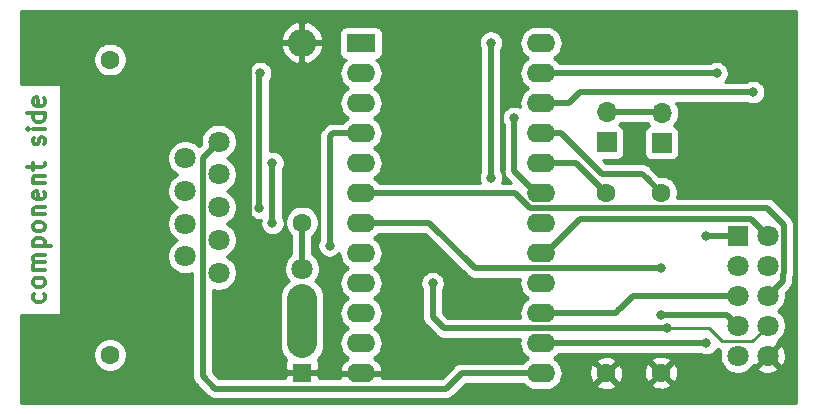
<source format=gbr>
G04 #@! TF.GenerationSoftware,KiCad,Pcbnew,(5.1.2-1)-1*
G04 #@! TF.CreationDate,2022-02-06T17:07:09+01:00*
G04 #@! TF.ProjectId,RS232interface,52533233-3269-46e7-9465-72666163652e,rev?*
G04 #@! TF.SameCoordinates,Original*
G04 #@! TF.FileFunction,Copper,L1,Top*
G04 #@! TF.FilePolarity,Positive*
%FSLAX46Y46*%
G04 Gerber Fmt 4.6, Leading zero omitted, Abs format (unit mm)*
G04 Created by KiCad (PCBNEW (5.1.2-1)-1) date 2022-02-06 17:07:09*
%MOMM*%
%LPD*%
G04 APERTURE LIST*
%ADD10C,0.300000*%
%ADD11C,1.600000*%
%ADD12O,2.400000X2.400000*%
%ADD13O,2.400000X1.600000*%
%ADD14R,2.400000X1.600000*%
%ADD15C,1.800000*%
%ADD16O,1.700000X1.700000*%
%ADD17R,1.700000X1.700000*%
%ADD18R,1.800000X1.800000*%
%ADD19R,1.600000X1.600000*%
%ADD20C,0.800000*%
%ADD21C,0.500000*%
%ADD22C,2.500000*%
%ADD23C,0.250000*%
%ADD24C,0.254000*%
G04 APERTURE END LIST*
D10*
X69057142Y-71814285D02*
X69128571Y-71957142D01*
X69128571Y-72242857D01*
X69057142Y-72385714D01*
X68985714Y-72457142D01*
X68842857Y-72528571D01*
X68414285Y-72528571D01*
X68271428Y-72457142D01*
X68200000Y-72385714D01*
X68128571Y-72242857D01*
X68128571Y-71957142D01*
X68200000Y-71814285D01*
X69128571Y-70957142D02*
X69057142Y-71100000D01*
X68985714Y-71171428D01*
X68842857Y-71242857D01*
X68414285Y-71242857D01*
X68271428Y-71171428D01*
X68200000Y-71100000D01*
X68128571Y-70957142D01*
X68128571Y-70742857D01*
X68200000Y-70600000D01*
X68271428Y-70528571D01*
X68414285Y-70457142D01*
X68842857Y-70457142D01*
X68985714Y-70528571D01*
X69057142Y-70600000D01*
X69128571Y-70742857D01*
X69128571Y-70957142D01*
X69128571Y-69814285D02*
X68128571Y-69814285D01*
X68271428Y-69814285D02*
X68200000Y-69742857D01*
X68128571Y-69600000D01*
X68128571Y-69385714D01*
X68200000Y-69242857D01*
X68342857Y-69171428D01*
X69128571Y-69171428D01*
X68342857Y-69171428D02*
X68200000Y-69100000D01*
X68128571Y-68957142D01*
X68128571Y-68742857D01*
X68200000Y-68600000D01*
X68342857Y-68528571D01*
X69128571Y-68528571D01*
X68128571Y-67814285D02*
X69628571Y-67814285D01*
X68200000Y-67814285D02*
X68128571Y-67671428D01*
X68128571Y-67385714D01*
X68200000Y-67242857D01*
X68271428Y-67171428D01*
X68414285Y-67100000D01*
X68842857Y-67100000D01*
X68985714Y-67171428D01*
X69057142Y-67242857D01*
X69128571Y-67385714D01*
X69128571Y-67671428D01*
X69057142Y-67814285D01*
X69128571Y-66242857D02*
X69057142Y-66385714D01*
X68985714Y-66457142D01*
X68842857Y-66528571D01*
X68414285Y-66528571D01*
X68271428Y-66457142D01*
X68200000Y-66385714D01*
X68128571Y-66242857D01*
X68128571Y-66028571D01*
X68200000Y-65885714D01*
X68271428Y-65814285D01*
X68414285Y-65742857D01*
X68842857Y-65742857D01*
X68985714Y-65814285D01*
X69057142Y-65885714D01*
X69128571Y-66028571D01*
X69128571Y-66242857D01*
X68128571Y-65100000D02*
X69128571Y-65100000D01*
X68271428Y-65100000D02*
X68200000Y-65028571D01*
X68128571Y-64885714D01*
X68128571Y-64671428D01*
X68200000Y-64528571D01*
X68342857Y-64457142D01*
X69128571Y-64457142D01*
X69057142Y-63171428D02*
X69128571Y-63314285D01*
X69128571Y-63600000D01*
X69057142Y-63742857D01*
X68914285Y-63814285D01*
X68342857Y-63814285D01*
X68200000Y-63742857D01*
X68128571Y-63600000D01*
X68128571Y-63314285D01*
X68200000Y-63171428D01*
X68342857Y-63100000D01*
X68485714Y-63100000D01*
X68628571Y-63814285D01*
X68128571Y-62457142D02*
X69128571Y-62457142D01*
X68271428Y-62457142D02*
X68200000Y-62385714D01*
X68128571Y-62242857D01*
X68128571Y-62028571D01*
X68200000Y-61885714D01*
X68342857Y-61814285D01*
X69128571Y-61814285D01*
X68128571Y-61314285D02*
X68128571Y-60742857D01*
X67628571Y-61100000D02*
X68914285Y-61100000D01*
X69057142Y-61028571D01*
X69128571Y-60885714D01*
X69128571Y-60742857D01*
X69057142Y-59171428D02*
X69128571Y-59028571D01*
X69128571Y-58742857D01*
X69057142Y-58600000D01*
X68914285Y-58528571D01*
X68842857Y-58528571D01*
X68700000Y-58600000D01*
X68628571Y-58742857D01*
X68628571Y-58957142D01*
X68557142Y-59100000D01*
X68414285Y-59171428D01*
X68342857Y-59171428D01*
X68200000Y-59100000D01*
X68128571Y-58957142D01*
X68128571Y-58742857D01*
X68200000Y-58600000D01*
X69128571Y-57885714D02*
X68128571Y-57885714D01*
X67628571Y-57885714D02*
X67700000Y-57957142D01*
X67771428Y-57885714D01*
X67700000Y-57814285D01*
X67628571Y-57885714D01*
X67771428Y-57885714D01*
X69128571Y-56528571D02*
X67628571Y-56528571D01*
X69057142Y-56528571D02*
X69128571Y-56671428D01*
X69128571Y-56957142D01*
X69057142Y-57100000D01*
X68985714Y-57171428D01*
X68842857Y-57242857D01*
X68414285Y-57242857D01*
X68271428Y-57171428D01*
X68200000Y-57100000D01*
X68128571Y-56957142D01*
X68128571Y-56671428D01*
X68200000Y-56528571D01*
X69057142Y-55242857D02*
X69128571Y-55385714D01*
X69128571Y-55671428D01*
X69057142Y-55814285D01*
X68914285Y-55885714D01*
X68342857Y-55885714D01*
X68200000Y-55814285D01*
X68128571Y-55671428D01*
X68128571Y-55385714D01*
X68200000Y-55242857D01*
X68342857Y-55171428D01*
X68485714Y-55171428D01*
X68628571Y-55885714D01*
D11*
X121300000Y-63260000D03*
X121300000Y-78500000D03*
X116650000Y-63310000D03*
X116650000Y-78550000D03*
X90900000Y-65790000D03*
D12*
X90900000Y-50550000D03*
D13*
X111140000Y-50600000D03*
X95900000Y-78540000D03*
X111140000Y-53140000D03*
X95900000Y-76000000D03*
X111140000Y-55680000D03*
X95900000Y-73460000D03*
X111140000Y-58220000D03*
X95900000Y-70920000D03*
X111140000Y-60760000D03*
X95900000Y-68380000D03*
X111140000Y-63300000D03*
X95900000Y-65840000D03*
X111140000Y-65840000D03*
X95900000Y-63300000D03*
X111140000Y-68380000D03*
X95900000Y-60760000D03*
X111140000Y-70920000D03*
X95900000Y-58220000D03*
X111140000Y-73460000D03*
X95900000Y-55680000D03*
X111140000Y-76000000D03*
X95900000Y-53140000D03*
X111140000Y-78540000D03*
D14*
X95900000Y-50600000D03*
D11*
X74650000Y-76990000D03*
X74650000Y-51990000D03*
D15*
X81010000Y-68645000D03*
X81010000Y-65875000D03*
X81010000Y-63105000D03*
X81010000Y-60335000D03*
X83850000Y-70030000D03*
X83850000Y-67260000D03*
X83850000Y-64490000D03*
X83850000Y-61720000D03*
X83850000Y-58950000D03*
D16*
X121350000Y-56510000D03*
D17*
X121350000Y-59050000D03*
D16*
X116700000Y-56460000D03*
D17*
X116700000Y-59000000D03*
D15*
X130340000Y-77060000D03*
X127800000Y-77060000D03*
X130340000Y-74520000D03*
X127800000Y-74520000D03*
X130340000Y-71980000D03*
X127800000Y-71980000D03*
X130340000Y-69440000D03*
X127800000Y-69440000D03*
X130340000Y-66900000D03*
D18*
X127800000Y-66900000D03*
D15*
X90900000Y-69710000D03*
D18*
X90900000Y-72250000D03*
D11*
X90900000Y-76000000D03*
D19*
X90900000Y-78500000D03*
D20*
X106900000Y-62000000D03*
X106900000Y-50550000D03*
X126000000Y-53150000D03*
X129100000Y-54750000D03*
X101970000Y-70920000D03*
X121850000Y-74750000D03*
X108850000Y-56950000D03*
X121300000Y-73650000D03*
X121319990Y-69669990D03*
X88400000Y-60750000D03*
X88400000Y-65850000D03*
X93250000Y-67750000D03*
X125150000Y-76000000D03*
X125150000Y-66900000D03*
X87300000Y-64550000D03*
X87350000Y-53150000D03*
D21*
X121300000Y-56460000D02*
X121350000Y-56510000D01*
X116700000Y-56460000D02*
X121300000Y-56460000D01*
X127760000Y-77100000D02*
X127800000Y-77060000D01*
X95900000Y-76000000D02*
X96300000Y-76000000D01*
D22*
X90900000Y-72250000D02*
X90900000Y-76000000D01*
D21*
X95860000Y-78500000D02*
X95900000Y-78540000D01*
X95900000Y-78540000D02*
X96300000Y-78540000D01*
X121250000Y-78550000D02*
X121300000Y-78500000D01*
X88450000Y-78500000D02*
X90900000Y-78500000D01*
X86449999Y-77999999D02*
X86950000Y-78500000D01*
X86449999Y-50700001D02*
X86449999Y-77999999D01*
X86950000Y-78500000D02*
X88450000Y-78500000D01*
X86600000Y-50550000D02*
X86449999Y-50700001D01*
X90900000Y-50550000D02*
X86600000Y-50550000D01*
X90900000Y-65790000D02*
X90900000Y-69710000D01*
X106900000Y-62000000D02*
X106900000Y-50550000D01*
X125990000Y-53140000D02*
X126000000Y-53150000D01*
X111140000Y-53140000D02*
X125990000Y-53140000D01*
X111140000Y-55680000D02*
X113470000Y-55680000D01*
X114400000Y-54750000D02*
X129100000Y-54750000D01*
X113470000Y-55680000D02*
X114400000Y-54750000D01*
X120100001Y-62060001D02*
X121300000Y-63260000D01*
X116279999Y-61659999D02*
X119699999Y-61659999D01*
X112840000Y-58220000D02*
X116279999Y-61659999D01*
X119699999Y-61659999D02*
X120100001Y-62060001D01*
X111140000Y-58220000D02*
X112840000Y-58220000D01*
X102900000Y-74750000D02*
X121850000Y-74750000D01*
X101970000Y-73820000D02*
X102900000Y-74750000D01*
X101970000Y-70920000D02*
X101970000Y-73820000D01*
D23*
X129025001Y-75834999D02*
X126434999Y-75834999D01*
X130340000Y-74520000D02*
X129025001Y-75834999D01*
X125350000Y-74750000D02*
X121850000Y-74750000D01*
X126434999Y-75834999D02*
X125350000Y-74750000D01*
D21*
X114100000Y-60760000D02*
X116650000Y-63310000D01*
X111140000Y-60760000D02*
X114100000Y-60760000D01*
X110740000Y-63300000D02*
X111140000Y-63300000D01*
X108850000Y-61410000D02*
X110740000Y-63300000D01*
X108850000Y-56950000D02*
X108850000Y-61410000D01*
X95900000Y-65840000D02*
X101690000Y-65840000D01*
X105519990Y-69669990D02*
X121319990Y-69669990D01*
X101690000Y-65840000D02*
X105519990Y-69669990D01*
X126930000Y-73650000D02*
X121300000Y-73650000D01*
X127800000Y-74520000D02*
X126930000Y-73650000D01*
X108972219Y-63300000D02*
X110232220Y-64560001D01*
X95900000Y-63300000D02*
X108972219Y-63300000D01*
X131690001Y-65990001D02*
X130260001Y-64560001D01*
X131690001Y-70088001D02*
X131690001Y-65990001D01*
X131610000Y-70168002D02*
X131690001Y-70088001D01*
X131610000Y-70710000D02*
X131610000Y-70168002D01*
X110232220Y-64560001D02*
X130260001Y-64560001D01*
X130340000Y-71980000D02*
X131610000Y-70710000D01*
X111540000Y-68380000D02*
X114420000Y-65500000D01*
X111140000Y-68380000D02*
X111540000Y-68380000D01*
X128940000Y-65500000D02*
X130340000Y-66900000D01*
X114420000Y-65500000D02*
X128940000Y-65500000D01*
X88400000Y-60750000D02*
X88400000Y-65850000D01*
X93530000Y-58220000D02*
X95900000Y-58220000D01*
X93250000Y-58500000D02*
X93530000Y-58220000D01*
X93250000Y-67750000D02*
X93250000Y-58500000D01*
X117780000Y-73140000D02*
X117460000Y-73460000D01*
X118970000Y-71980000D02*
X117810000Y-73140000D01*
X117460000Y-73460000D02*
X111140000Y-73460000D01*
X117810000Y-73140000D02*
X117780000Y-73140000D01*
X127800000Y-71980000D02*
X118970000Y-71980000D01*
X111140000Y-76000000D02*
X125150000Y-76000000D01*
X125150000Y-66900000D02*
X127800000Y-66900000D01*
X87300000Y-53200000D02*
X87350000Y-53150000D01*
X87300000Y-64550000D02*
X87300000Y-53200000D01*
X104410000Y-78540000D02*
X111140000Y-78540000D01*
X103100000Y-79850000D02*
X104410000Y-78540000D01*
X83549998Y-79850000D02*
X103100000Y-79850000D01*
X82499999Y-78800001D02*
X83549998Y-79850000D01*
X82499999Y-60300001D02*
X82499999Y-78800001D01*
X83850000Y-58950000D02*
X82499999Y-60300001D01*
D24*
G36*
X132740001Y-81040000D02*
G01*
X67110000Y-81040000D01*
X67110000Y-76848665D01*
X73215000Y-76848665D01*
X73215000Y-77131335D01*
X73270147Y-77408574D01*
X73378320Y-77669727D01*
X73535363Y-77904759D01*
X73735241Y-78104637D01*
X73970273Y-78261680D01*
X74231426Y-78369853D01*
X74508665Y-78425000D01*
X74791335Y-78425000D01*
X75068574Y-78369853D01*
X75329727Y-78261680D01*
X75564759Y-78104637D01*
X75764637Y-77904759D01*
X75921680Y-77669727D01*
X76029853Y-77408574D01*
X76085000Y-77131335D01*
X76085000Y-76848665D01*
X76029853Y-76571426D01*
X75921680Y-76310273D01*
X75764637Y-76075241D01*
X75564759Y-75875363D01*
X75329727Y-75718320D01*
X75068574Y-75610147D01*
X74791335Y-75555000D01*
X74508665Y-75555000D01*
X74231426Y-75610147D01*
X73970273Y-75718320D01*
X73735241Y-75875363D01*
X73535363Y-76075241D01*
X73378320Y-76310273D01*
X73270147Y-76571426D01*
X73215000Y-76848665D01*
X67110000Y-76848665D01*
X67110000Y-73599285D01*
X70480000Y-73599285D01*
X70480000Y-60183816D01*
X79475000Y-60183816D01*
X79475000Y-60486184D01*
X79533989Y-60782743D01*
X79649701Y-61062095D01*
X79817688Y-61313505D01*
X80031495Y-61527312D01*
X80282905Y-61695299D01*
X80342538Y-61720000D01*
X80282905Y-61744701D01*
X80031495Y-61912688D01*
X79817688Y-62126495D01*
X79649701Y-62377905D01*
X79533989Y-62657257D01*
X79475000Y-62953816D01*
X79475000Y-63256184D01*
X79533989Y-63552743D01*
X79649701Y-63832095D01*
X79817688Y-64083505D01*
X80031495Y-64297312D01*
X80282905Y-64465299D01*
X80342538Y-64490000D01*
X80282905Y-64514701D01*
X80031495Y-64682688D01*
X79817688Y-64896495D01*
X79649701Y-65147905D01*
X79533989Y-65427257D01*
X79475000Y-65723816D01*
X79475000Y-66026184D01*
X79533989Y-66322743D01*
X79649701Y-66602095D01*
X79817688Y-66853505D01*
X80031495Y-67067312D01*
X80282905Y-67235299D01*
X80342538Y-67260000D01*
X80282905Y-67284701D01*
X80031495Y-67452688D01*
X79817688Y-67666495D01*
X79649701Y-67917905D01*
X79533989Y-68197257D01*
X79475000Y-68493816D01*
X79475000Y-68796184D01*
X79533989Y-69092743D01*
X79649701Y-69372095D01*
X79817688Y-69623505D01*
X80031495Y-69837312D01*
X80282905Y-70005299D01*
X80562257Y-70121011D01*
X80858816Y-70180000D01*
X81161184Y-70180000D01*
X81457743Y-70121011D01*
X81615000Y-70055873D01*
X81615000Y-78756522D01*
X81610718Y-78800001D01*
X81627804Y-78973491D01*
X81678411Y-79140314D01*
X81760589Y-79294060D01*
X81843467Y-79395047D01*
X81843470Y-79395050D01*
X81871183Y-79428818D01*
X81904950Y-79456530D01*
X82893468Y-80445049D01*
X82921181Y-80478817D01*
X82954949Y-80506530D01*
X82954951Y-80506532D01*
X83055938Y-80589410D01*
X83055939Y-80589411D01*
X83209685Y-80671589D01*
X83376508Y-80722195D01*
X83506521Y-80735000D01*
X83506529Y-80735000D01*
X83549998Y-80739281D01*
X83593467Y-80735000D01*
X103056531Y-80735000D01*
X103100000Y-80739281D01*
X103143469Y-80735000D01*
X103143477Y-80735000D01*
X103273490Y-80722195D01*
X103440313Y-80671589D01*
X103594059Y-80589411D01*
X103728817Y-80478817D01*
X103756534Y-80445044D01*
X104776579Y-79425000D01*
X109609922Y-79425000D01*
X109720392Y-79559608D01*
X109938899Y-79738932D01*
X110188192Y-79872182D01*
X110458691Y-79954236D01*
X110669508Y-79975000D01*
X111610492Y-79975000D01*
X111821309Y-79954236D01*
X112091808Y-79872182D01*
X112341101Y-79738932D01*
X112559608Y-79559608D01*
X112573482Y-79542702D01*
X115836903Y-79542702D01*
X115908486Y-79786671D01*
X116163996Y-79907571D01*
X116438184Y-79976300D01*
X116720512Y-79990217D01*
X117000130Y-79948787D01*
X117266292Y-79853603D01*
X117391514Y-79786671D01*
X117463097Y-79542702D01*
X117413097Y-79492702D01*
X120486903Y-79492702D01*
X120558486Y-79736671D01*
X120813996Y-79857571D01*
X121088184Y-79926300D01*
X121370512Y-79940217D01*
X121650130Y-79898787D01*
X121916292Y-79803603D01*
X122041514Y-79736671D01*
X122113097Y-79492702D01*
X121300000Y-78679605D01*
X120486903Y-79492702D01*
X117413097Y-79492702D01*
X116650000Y-78729605D01*
X115836903Y-79542702D01*
X112573482Y-79542702D01*
X112738932Y-79341101D01*
X112872182Y-79091808D01*
X112954236Y-78821309D01*
X112974013Y-78620512D01*
X115209783Y-78620512D01*
X115251213Y-78900130D01*
X115346397Y-79166292D01*
X115413329Y-79291514D01*
X115657298Y-79363097D01*
X116470395Y-78550000D01*
X116829605Y-78550000D01*
X117642702Y-79363097D01*
X117886671Y-79291514D01*
X118007571Y-79036004D01*
X118076300Y-78761816D01*
X118085730Y-78570512D01*
X119859783Y-78570512D01*
X119901213Y-78850130D01*
X119996397Y-79116292D01*
X120063329Y-79241514D01*
X120307298Y-79313097D01*
X121120395Y-78500000D01*
X121479605Y-78500000D01*
X122292702Y-79313097D01*
X122536671Y-79241514D01*
X122657571Y-78986004D01*
X122726300Y-78711816D01*
X122740217Y-78429488D01*
X122698787Y-78149870D01*
X122603603Y-77883708D01*
X122536671Y-77758486D01*
X122292702Y-77686903D01*
X121479605Y-78500000D01*
X121120395Y-78500000D01*
X120307298Y-77686903D01*
X120063329Y-77758486D01*
X119942429Y-78013996D01*
X119873700Y-78288184D01*
X119859783Y-78570512D01*
X118085730Y-78570512D01*
X118090217Y-78479488D01*
X118048787Y-78199870D01*
X117953603Y-77933708D01*
X117886671Y-77808486D01*
X117642702Y-77736903D01*
X116829605Y-78550000D01*
X116470395Y-78550000D01*
X115657298Y-77736903D01*
X115413329Y-77808486D01*
X115292429Y-78063996D01*
X115223700Y-78338184D01*
X115209783Y-78620512D01*
X112974013Y-78620512D01*
X112981943Y-78540000D01*
X112954236Y-78258691D01*
X112872182Y-77988192D01*
X112738932Y-77738899D01*
X112589896Y-77557298D01*
X115836903Y-77557298D01*
X116650000Y-78370395D01*
X117463097Y-77557298D01*
X117448427Y-77507298D01*
X120486903Y-77507298D01*
X121300000Y-78320395D01*
X122113097Y-77507298D01*
X122041514Y-77263329D01*
X121786004Y-77142429D01*
X121511816Y-77073700D01*
X121229488Y-77059783D01*
X120949870Y-77101213D01*
X120683708Y-77196397D01*
X120558486Y-77263329D01*
X120486903Y-77507298D01*
X117448427Y-77507298D01*
X117391514Y-77313329D01*
X117136004Y-77192429D01*
X116861816Y-77123700D01*
X116579488Y-77109783D01*
X116299870Y-77151213D01*
X116033708Y-77246397D01*
X115908486Y-77313329D01*
X115836903Y-77557298D01*
X112589896Y-77557298D01*
X112559608Y-77520392D01*
X112341101Y-77341068D01*
X112208142Y-77270000D01*
X112341101Y-77198932D01*
X112559608Y-77019608D01*
X112670078Y-76885000D01*
X124611546Y-76885000D01*
X124659744Y-76917205D01*
X124848102Y-76995226D01*
X125048061Y-77035000D01*
X125251939Y-77035000D01*
X125451898Y-76995226D01*
X125640256Y-76917205D01*
X125809774Y-76803937D01*
X125953937Y-76659774D01*
X126062327Y-76497556D01*
X126142752Y-76540545D01*
X126286013Y-76584002D01*
X126333745Y-76588703D01*
X126323989Y-76612257D01*
X126265000Y-76908816D01*
X126265000Y-77211184D01*
X126323989Y-77507743D01*
X126439701Y-77787095D01*
X126607688Y-78038505D01*
X126821495Y-78252312D01*
X127072905Y-78420299D01*
X127352257Y-78536011D01*
X127648816Y-78595000D01*
X127951184Y-78595000D01*
X128247743Y-78536011D01*
X128527095Y-78420299D01*
X128778505Y-78252312D01*
X128906737Y-78124080D01*
X129455525Y-78124080D01*
X129539208Y-78378261D01*
X129811775Y-78509158D01*
X130104642Y-78584365D01*
X130406553Y-78600991D01*
X130705907Y-78558397D01*
X130991199Y-78458222D01*
X131140792Y-78378261D01*
X131224475Y-78124080D01*
X130340000Y-77239605D01*
X129455525Y-78124080D01*
X128906737Y-78124080D01*
X128992312Y-78038505D01*
X129094951Y-77884895D01*
X129275920Y-77944475D01*
X130160395Y-77060000D01*
X130519605Y-77060000D01*
X131404080Y-77944475D01*
X131658261Y-77860792D01*
X131789158Y-77588225D01*
X131864365Y-77295358D01*
X131880991Y-76993447D01*
X131838397Y-76694093D01*
X131738222Y-76408801D01*
X131658261Y-76259208D01*
X131404080Y-76175525D01*
X130519605Y-77060000D01*
X130160395Y-77060000D01*
X130146253Y-77045858D01*
X130325858Y-76866253D01*
X130340000Y-76880395D01*
X131224475Y-75995920D01*
X131164895Y-75814951D01*
X131318505Y-75712312D01*
X131532312Y-75498505D01*
X131700299Y-75247095D01*
X131816011Y-74967743D01*
X131875000Y-74671184D01*
X131875000Y-74368816D01*
X131816011Y-74072257D01*
X131700299Y-73792905D01*
X131532312Y-73541495D01*
X131318505Y-73327688D01*
X131202237Y-73250000D01*
X131318505Y-73172312D01*
X131532312Y-72958505D01*
X131700299Y-72707095D01*
X131816011Y-72427743D01*
X131875000Y-72131184D01*
X131875000Y-71828816D01*
X131853060Y-71718518D01*
X132205050Y-71366529D01*
X132238817Y-71338817D01*
X132349411Y-71204059D01*
X132431589Y-71050313D01*
X132482195Y-70883490D01*
X132495000Y-70753477D01*
X132495000Y-70753467D01*
X132499281Y-70710001D01*
X132495000Y-70666535D01*
X132495000Y-70459352D01*
X132511590Y-70428314D01*
X132562196Y-70261491D01*
X132575001Y-70131478D01*
X132575001Y-70131468D01*
X132579282Y-70088002D01*
X132575001Y-70044536D01*
X132575001Y-66033466D01*
X132579282Y-65990000D01*
X132575001Y-65946534D01*
X132575001Y-65946524D01*
X132562196Y-65816511D01*
X132511590Y-65649688D01*
X132429412Y-65495942D01*
X132391119Y-65449282D01*
X132346533Y-65394954D01*
X132346531Y-65394952D01*
X132318818Y-65361184D01*
X132285050Y-65333471D01*
X130916535Y-63964957D01*
X130888818Y-63931184D01*
X130754060Y-63820590D01*
X130600314Y-63738412D01*
X130433491Y-63687806D01*
X130303478Y-63675001D01*
X130303470Y-63675001D01*
X130260001Y-63670720D01*
X130216532Y-63675001D01*
X122680564Y-63675001D01*
X122735000Y-63401335D01*
X122735000Y-63118665D01*
X122679853Y-62841426D01*
X122571680Y-62580273D01*
X122414637Y-62345241D01*
X122214759Y-62145363D01*
X121979727Y-61988320D01*
X121718574Y-61880147D01*
X121441335Y-61825000D01*
X121158665Y-61825000D01*
X121123561Y-61831983D01*
X120356533Y-61064955D01*
X120328816Y-61031182D01*
X120194058Y-60920588D01*
X120040312Y-60838410D01*
X119873489Y-60787804D01*
X119743476Y-60774999D01*
X119743468Y-60774999D01*
X119699999Y-60770718D01*
X119656530Y-60774999D01*
X116646578Y-60774999D01*
X116359651Y-60488072D01*
X117550000Y-60488072D01*
X117674482Y-60475812D01*
X117794180Y-60439502D01*
X117904494Y-60380537D01*
X118001185Y-60301185D01*
X118080537Y-60204494D01*
X118139502Y-60094180D01*
X118175812Y-59974482D01*
X118188072Y-59850000D01*
X118188072Y-58150000D01*
X118175812Y-58025518D01*
X118139502Y-57905820D01*
X118080537Y-57795506D01*
X118001185Y-57698815D01*
X117904494Y-57619463D01*
X117794180Y-57560498D01*
X117725313Y-57539607D01*
X117755134Y-57515134D01*
X117894759Y-57345000D01*
X120114207Y-57345000D01*
X120294866Y-57565134D01*
X120324687Y-57589607D01*
X120255820Y-57610498D01*
X120145506Y-57669463D01*
X120048815Y-57748815D01*
X119969463Y-57845506D01*
X119910498Y-57955820D01*
X119874188Y-58075518D01*
X119861928Y-58200000D01*
X119861928Y-59900000D01*
X119874188Y-60024482D01*
X119910498Y-60144180D01*
X119969463Y-60254494D01*
X120048815Y-60351185D01*
X120145506Y-60430537D01*
X120255820Y-60489502D01*
X120375518Y-60525812D01*
X120500000Y-60538072D01*
X122200000Y-60538072D01*
X122324482Y-60525812D01*
X122444180Y-60489502D01*
X122554494Y-60430537D01*
X122651185Y-60351185D01*
X122730537Y-60254494D01*
X122789502Y-60144180D01*
X122825812Y-60024482D01*
X122838072Y-59900000D01*
X122838072Y-58200000D01*
X122825812Y-58075518D01*
X122789502Y-57955820D01*
X122730537Y-57845506D01*
X122651185Y-57748815D01*
X122554494Y-57669463D01*
X122444180Y-57610498D01*
X122375313Y-57589607D01*
X122405134Y-57565134D01*
X122590706Y-57339014D01*
X122728599Y-57081034D01*
X122813513Y-56801111D01*
X122842185Y-56510000D01*
X122813513Y-56218889D01*
X122728599Y-55938966D01*
X122590706Y-55680986D01*
X122552966Y-55635000D01*
X128561546Y-55635000D01*
X128609744Y-55667205D01*
X128798102Y-55745226D01*
X128998061Y-55785000D01*
X129201939Y-55785000D01*
X129401898Y-55745226D01*
X129590256Y-55667205D01*
X129759774Y-55553937D01*
X129903937Y-55409774D01*
X130017205Y-55240256D01*
X130095226Y-55051898D01*
X130135000Y-54851939D01*
X130135000Y-54648061D01*
X130095226Y-54448102D01*
X130017205Y-54259744D01*
X129903937Y-54090226D01*
X129759774Y-53946063D01*
X129590256Y-53832795D01*
X129401898Y-53754774D01*
X129201939Y-53715000D01*
X128998061Y-53715000D01*
X128798102Y-53754774D01*
X128609744Y-53832795D01*
X128561546Y-53865000D01*
X126748711Y-53865000D01*
X126803937Y-53809774D01*
X126917205Y-53640256D01*
X126995226Y-53451898D01*
X127035000Y-53251939D01*
X127035000Y-53048061D01*
X126995226Y-52848102D01*
X126917205Y-52659744D01*
X126803937Y-52490226D01*
X126659774Y-52346063D01*
X126490256Y-52232795D01*
X126301898Y-52154774D01*
X126101939Y-52115000D01*
X125898061Y-52115000D01*
X125698102Y-52154774D01*
X125509744Y-52232795D01*
X125476512Y-52255000D01*
X112670078Y-52255000D01*
X112559608Y-52120392D01*
X112341101Y-51941068D01*
X112208142Y-51870000D01*
X112341101Y-51798932D01*
X112559608Y-51619608D01*
X112738932Y-51401101D01*
X112872182Y-51151808D01*
X112954236Y-50881309D01*
X112981943Y-50600000D01*
X112954236Y-50318691D01*
X112872182Y-50048192D01*
X112738932Y-49798899D01*
X112559608Y-49580392D01*
X112341101Y-49401068D01*
X112091808Y-49267818D01*
X111821309Y-49185764D01*
X111610492Y-49165000D01*
X110669508Y-49165000D01*
X110458691Y-49185764D01*
X110188192Y-49267818D01*
X109938899Y-49401068D01*
X109720392Y-49580392D01*
X109541068Y-49798899D01*
X109407818Y-50048192D01*
X109325764Y-50318691D01*
X109298057Y-50600000D01*
X109325764Y-50881309D01*
X109407818Y-51151808D01*
X109541068Y-51401101D01*
X109720392Y-51619608D01*
X109938899Y-51798932D01*
X110071858Y-51870000D01*
X109938899Y-51941068D01*
X109720392Y-52120392D01*
X109541068Y-52338899D01*
X109407818Y-52588192D01*
X109325764Y-52858691D01*
X109298057Y-53140000D01*
X109325764Y-53421309D01*
X109407818Y-53691808D01*
X109541068Y-53941101D01*
X109720392Y-54159608D01*
X109938899Y-54338932D01*
X110071858Y-54410000D01*
X109938899Y-54481068D01*
X109720392Y-54660392D01*
X109541068Y-54878899D01*
X109407818Y-55128192D01*
X109325764Y-55398691D01*
X109298057Y-55680000D01*
X109325764Y-55961309D01*
X109349277Y-56038823D01*
X109340256Y-56032795D01*
X109151898Y-55954774D01*
X108951939Y-55915000D01*
X108748061Y-55915000D01*
X108548102Y-55954774D01*
X108359744Y-56032795D01*
X108190226Y-56146063D01*
X108046063Y-56290226D01*
X107932795Y-56459744D01*
X107854774Y-56648102D01*
X107815000Y-56848061D01*
X107815000Y-57051939D01*
X107854774Y-57251898D01*
X107932795Y-57440256D01*
X107965000Y-57488455D01*
X107965001Y-61366521D01*
X107960719Y-61410000D01*
X107977805Y-61583490D01*
X108028412Y-61750313D01*
X108110590Y-61904059D01*
X108193468Y-62005046D01*
X108193471Y-62005049D01*
X108221184Y-62038817D01*
X108254951Y-62066529D01*
X108603422Y-62415000D01*
X107848377Y-62415000D01*
X107895226Y-62301898D01*
X107935000Y-62101939D01*
X107935000Y-61898061D01*
X107895226Y-61698102D01*
X107817205Y-61509744D01*
X107785000Y-61461546D01*
X107785000Y-51088454D01*
X107817205Y-51040256D01*
X107895226Y-50851898D01*
X107935000Y-50651939D01*
X107935000Y-50448061D01*
X107895226Y-50248102D01*
X107817205Y-50059744D01*
X107703937Y-49890226D01*
X107559774Y-49746063D01*
X107390256Y-49632795D01*
X107201898Y-49554774D01*
X107001939Y-49515000D01*
X106798061Y-49515000D01*
X106598102Y-49554774D01*
X106409744Y-49632795D01*
X106240226Y-49746063D01*
X106096063Y-49890226D01*
X105982795Y-50059744D01*
X105904774Y-50248102D01*
X105865000Y-50448061D01*
X105865000Y-50651939D01*
X105904774Y-50851898D01*
X105982795Y-51040256D01*
X106015001Y-51088456D01*
X106015000Y-61461546D01*
X105982795Y-61509744D01*
X105904774Y-61698102D01*
X105865000Y-61898061D01*
X105865000Y-62101939D01*
X105904774Y-62301898D01*
X105951623Y-62415000D01*
X97430078Y-62415000D01*
X97319608Y-62280392D01*
X97101101Y-62101068D01*
X96968142Y-62030000D01*
X97101101Y-61958932D01*
X97319608Y-61779608D01*
X97498932Y-61561101D01*
X97632182Y-61311808D01*
X97714236Y-61041309D01*
X97741943Y-60760000D01*
X97714236Y-60478691D01*
X97632182Y-60208192D01*
X97498932Y-59958899D01*
X97319608Y-59740392D01*
X97101101Y-59561068D01*
X96968142Y-59490000D01*
X97101101Y-59418932D01*
X97319608Y-59239608D01*
X97498932Y-59021101D01*
X97632182Y-58771808D01*
X97714236Y-58501309D01*
X97741943Y-58220000D01*
X97714236Y-57938691D01*
X97632182Y-57668192D01*
X97498932Y-57418899D01*
X97319608Y-57200392D01*
X97101101Y-57021068D01*
X96968142Y-56950000D01*
X97101101Y-56878932D01*
X97319608Y-56699608D01*
X97498932Y-56481101D01*
X97632182Y-56231808D01*
X97714236Y-55961309D01*
X97741943Y-55680000D01*
X97714236Y-55398691D01*
X97632182Y-55128192D01*
X97498932Y-54878899D01*
X97319608Y-54660392D01*
X97101101Y-54481068D01*
X96968142Y-54410000D01*
X97101101Y-54338932D01*
X97319608Y-54159608D01*
X97498932Y-53941101D01*
X97632182Y-53691808D01*
X97714236Y-53421309D01*
X97741943Y-53140000D01*
X97714236Y-52858691D01*
X97632182Y-52588192D01*
X97498932Y-52338899D01*
X97319608Y-52120392D01*
X97206518Y-52027581D01*
X97224482Y-52025812D01*
X97344180Y-51989502D01*
X97454494Y-51930537D01*
X97551185Y-51851185D01*
X97630537Y-51754494D01*
X97689502Y-51644180D01*
X97725812Y-51524482D01*
X97738072Y-51400000D01*
X97738072Y-49800000D01*
X97725812Y-49675518D01*
X97689502Y-49555820D01*
X97630537Y-49445506D01*
X97551185Y-49348815D01*
X97454494Y-49269463D01*
X97344180Y-49210498D01*
X97224482Y-49174188D01*
X97100000Y-49161928D01*
X94700000Y-49161928D01*
X94575518Y-49174188D01*
X94455820Y-49210498D01*
X94345506Y-49269463D01*
X94248815Y-49348815D01*
X94169463Y-49445506D01*
X94110498Y-49555820D01*
X94074188Y-49675518D01*
X94061928Y-49800000D01*
X94061928Y-51400000D01*
X94074188Y-51524482D01*
X94110498Y-51644180D01*
X94169463Y-51754494D01*
X94248815Y-51851185D01*
X94345506Y-51930537D01*
X94455820Y-51989502D01*
X94575518Y-52025812D01*
X94593482Y-52027581D01*
X94480392Y-52120392D01*
X94301068Y-52338899D01*
X94167818Y-52588192D01*
X94085764Y-52858691D01*
X94058057Y-53140000D01*
X94085764Y-53421309D01*
X94167818Y-53691808D01*
X94301068Y-53941101D01*
X94480392Y-54159608D01*
X94698899Y-54338932D01*
X94831858Y-54410000D01*
X94698899Y-54481068D01*
X94480392Y-54660392D01*
X94301068Y-54878899D01*
X94167818Y-55128192D01*
X94085764Y-55398691D01*
X94058057Y-55680000D01*
X94085764Y-55961309D01*
X94167818Y-56231808D01*
X94301068Y-56481101D01*
X94480392Y-56699608D01*
X94698899Y-56878932D01*
X94831858Y-56950000D01*
X94698899Y-57021068D01*
X94480392Y-57200392D01*
X94369922Y-57335000D01*
X93573469Y-57335000D01*
X93530000Y-57330719D01*
X93486531Y-57335000D01*
X93486523Y-57335000D01*
X93356510Y-57347805D01*
X93189687Y-57398411D01*
X93035941Y-57480589D01*
X92901183Y-57591183D01*
X92873466Y-57624956D01*
X92654952Y-57843470D01*
X92621184Y-57871183D01*
X92593471Y-57904951D01*
X92593468Y-57904954D01*
X92510590Y-58005941D01*
X92428412Y-58159687D01*
X92377805Y-58326510D01*
X92360719Y-58500000D01*
X92365001Y-58543479D01*
X92365000Y-67211546D01*
X92332795Y-67259744D01*
X92254774Y-67448102D01*
X92215000Y-67648061D01*
X92215000Y-67851939D01*
X92254774Y-68051898D01*
X92332795Y-68240256D01*
X92446063Y-68409774D01*
X92590226Y-68553937D01*
X92759744Y-68667205D01*
X92948102Y-68745226D01*
X93148061Y-68785000D01*
X93351939Y-68785000D01*
X93551898Y-68745226D01*
X93740256Y-68667205D01*
X93909774Y-68553937D01*
X94053937Y-68409774D01*
X94060084Y-68400575D01*
X94085764Y-68661309D01*
X94167818Y-68931808D01*
X94301068Y-69181101D01*
X94480392Y-69399608D01*
X94698899Y-69578932D01*
X94831858Y-69650000D01*
X94698899Y-69721068D01*
X94480392Y-69900392D01*
X94301068Y-70118899D01*
X94167818Y-70368192D01*
X94085764Y-70638691D01*
X94058057Y-70920000D01*
X94085764Y-71201309D01*
X94167818Y-71471808D01*
X94301068Y-71721101D01*
X94480392Y-71939608D01*
X94698899Y-72118932D01*
X94831858Y-72190000D01*
X94698899Y-72261068D01*
X94480392Y-72440392D01*
X94301068Y-72658899D01*
X94167818Y-72908192D01*
X94085764Y-73178691D01*
X94058057Y-73460000D01*
X94085764Y-73741309D01*
X94167818Y-74011808D01*
X94301068Y-74261101D01*
X94480392Y-74479608D01*
X94698899Y-74658932D01*
X94831858Y-74730000D01*
X94698899Y-74801068D01*
X94480392Y-74980392D01*
X94301068Y-75198899D01*
X94167818Y-75448192D01*
X94085764Y-75718691D01*
X94058057Y-76000000D01*
X94085764Y-76281309D01*
X94167818Y-76551808D01*
X94301068Y-76801101D01*
X94480392Y-77019608D01*
X94698899Y-77198932D01*
X94826741Y-77267265D01*
X94597161Y-77417399D01*
X94395500Y-77615105D01*
X94236285Y-77848354D01*
X94125633Y-78108182D01*
X94108096Y-78190961D01*
X94230085Y-78413000D01*
X95773000Y-78413000D01*
X95773000Y-78393000D01*
X96027000Y-78393000D01*
X96027000Y-78413000D01*
X97569915Y-78413000D01*
X97691904Y-78190961D01*
X97674367Y-78108182D01*
X97563715Y-77848354D01*
X97404500Y-77615105D01*
X97202839Y-77417399D01*
X96973259Y-77267265D01*
X97101101Y-77198932D01*
X97319608Y-77019608D01*
X97498932Y-76801101D01*
X97632182Y-76551808D01*
X97714236Y-76281309D01*
X97741943Y-76000000D01*
X97714236Y-75718691D01*
X97632182Y-75448192D01*
X97498932Y-75198899D01*
X97319608Y-74980392D01*
X97101101Y-74801068D01*
X96968142Y-74730000D01*
X97101101Y-74658932D01*
X97319608Y-74479608D01*
X97498932Y-74261101D01*
X97632182Y-74011808D01*
X97714236Y-73741309D01*
X97741943Y-73460000D01*
X97714236Y-73178691D01*
X97632182Y-72908192D01*
X97498932Y-72658899D01*
X97319608Y-72440392D01*
X97101101Y-72261068D01*
X96968142Y-72190000D01*
X97101101Y-72118932D01*
X97319608Y-71939608D01*
X97498932Y-71721101D01*
X97632182Y-71471808D01*
X97714236Y-71201309D01*
X97741943Y-70920000D01*
X97714236Y-70638691D01*
X97632182Y-70368192D01*
X97498932Y-70118899D01*
X97319608Y-69900392D01*
X97101101Y-69721068D01*
X96968142Y-69650000D01*
X97101101Y-69578932D01*
X97319608Y-69399608D01*
X97498932Y-69181101D01*
X97632182Y-68931808D01*
X97714236Y-68661309D01*
X97741943Y-68380000D01*
X97714236Y-68098691D01*
X97632182Y-67828192D01*
X97498932Y-67578899D01*
X97319608Y-67360392D01*
X97101101Y-67181068D01*
X96968142Y-67110000D01*
X97101101Y-67038932D01*
X97319608Y-66859608D01*
X97430078Y-66725000D01*
X101323422Y-66725000D01*
X104863460Y-70265039D01*
X104891173Y-70298807D01*
X104924941Y-70326520D01*
X104924943Y-70326522D01*
X104943184Y-70341492D01*
X105025931Y-70409401D01*
X105179677Y-70491579D01*
X105346500Y-70542185D01*
X105476513Y-70554990D01*
X105476521Y-70554990D01*
X105519990Y-70559271D01*
X105563459Y-70554990D01*
X109351154Y-70554990D01*
X109325764Y-70638691D01*
X109298057Y-70920000D01*
X109325764Y-71201309D01*
X109407818Y-71471808D01*
X109541068Y-71721101D01*
X109720392Y-71939608D01*
X109938899Y-72118932D01*
X110071858Y-72190000D01*
X109938899Y-72261068D01*
X109720392Y-72440392D01*
X109541068Y-72658899D01*
X109407818Y-72908192D01*
X109325764Y-73178691D01*
X109298057Y-73460000D01*
X109325764Y-73741309D01*
X109363285Y-73865000D01*
X103266579Y-73865000D01*
X102855000Y-73453422D01*
X102855000Y-71458454D01*
X102887205Y-71410256D01*
X102965226Y-71221898D01*
X103005000Y-71021939D01*
X103005000Y-70818061D01*
X102965226Y-70618102D01*
X102887205Y-70429744D01*
X102773937Y-70260226D01*
X102629774Y-70116063D01*
X102460256Y-70002795D01*
X102271898Y-69924774D01*
X102071939Y-69885000D01*
X101868061Y-69885000D01*
X101668102Y-69924774D01*
X101479744Y-70002795D01*
X101310226Y-70116063D01*
X101166063Y-70260226D01*
X101052795Y-70429744D01*
X100974774Y-70618102D01*
X100935000Y-70818061D01*
X100935000Y-71021939D01*
X100974774Y-71221898D01*
X101052795Y-71410256D01*
X101085000Y-71458455D01*
X101085001Y-73776521D01*
X101080719Y-73820000D01*
X101097805Y-73993490D01*
X101148412Y-74160313D01*
X101230590Y-74314059D01*
X101313468Y-74415046D01*
X101313471Y-74415049D01*
X101341184Y-74448817D01*
X101374951Y-74476529D01*
X102243470Y-75345049D01*
X102271183Y-75378817D01*
X102304951Y-75406530D01*
X102304953Y-75406532D01*
X102405941Y-75489411D01*
X102559686Y-75571589D01*
X102689085Y-75610842D01*
X102726510Y-75622195D01*
X102856523Y-75635000D01*
X102856531Y-75635000D01*
X102900000Y-75639281D01*
X102943469Y-75635000D01*
X109351151Y-75635000D01*
X109325764Y-75718691D01*
X109298057Y-76000000D01*
X109325764Y-76281309D01*
X109407818Y-76551808D01*
X109541068Y-76801101D01*
X109720392Y-77019608D01*
X109938899Y-77198932D01*
X110071858Y-77270000D01*
X109938899Y-77341068D01*
X109720392Y-77520392D01*
X109609922Y-77655000D01*
X104453469Y-77655000D01*
X104410000Y-77650719D01*
X104366531Y-77655000D01*
X104366523Y-77655000D01*
X104236510Y-77667805D01*
X104069687Y-77718411D01*
X103941187Y-77787095D01*
X103915941Y-77800589D01*
X103814953Y-77883468D01*
X103814951Y-77883470D01*
X103781183Y-77911183D01*
X103753470Y-77944951D01*
X102733422Y-78965000D01*
X97675811Y-78965000D01*
X97691904Y-78889039D01*
X97569915Y-78667000D01*
X96027000Y-78667000D01*
X96027000Y-78687000D01*
X95773000Y-78687000D01*
X95773000Y-78667000D01*
X94230085Y-78667000D01*
X94108096Y-78889039D01*
X94124189Y-78965000D01*
X92336071Y-78965000D01*
X92335000Y-78785750D01*
X92176250Y-78627000D01*
X91027000Y-78627000D01*
X91027000Y-78647000D01*
X90773000Y-78647000D01*
X90773000Y-78627000D01*
X89623750Y-78627000D01*
X89465000Y-78785750D01*
X89463929Y-78965000D01*
X83916577Y-78965000D01*
X83384999Y-78433423D01*
X83384999Y-72157404D01*
X89015000Y-72157404D01*
X89015001Y-76092597D01*
X89042276Y-76369524D01*
X89150062Y-76724848D01*
X89325098Y-77052317D01*
X89560656Y-77339345D01*
X89569067Y-77346247D01*
X89510498Y-77455820D01*
X89474188Y-77575518D01*
X89461928Y-77700000D01*
X89465000Y-78214250D01*
X89623750Y-78373000D01*
X90773000Y-78373000D01*
X90773000Y-78353000D01*
X91027000Y-78353000D01*
X91027000Y-78373000D01*
X92176250Y-78373000D01*
X92335000Y-78214250D01*
X92338072Y-77700000D01*
X92325812Y-77575518D01*
X92289502Y-77455820D01*
X92230934Y-77346248D01*
X92239345Y-77339345D01*
X92474903Y-77052317D01*
X92649939Y-76724848D01*
X92757725Y-76369524D01*
X92785000Y-76092597D01*
X92785000Y-72157403D01*
X92757725Y-71880476D01*
X92649939Y-71525152D01*
X92474903Y-71197683D01*
X92370803Y-71070836D01*
X92330537Y-70995506D01*
X92251185Y-70898815D01*
X92154494Y-70819463D01*
X92079164Y-70779197D01*
X92036573Y-70744244D01*
X92092312Y-70688505D01*
X92260299Y-70437095D01*
X92376011Y-70157743D01*
X92435000Y-69861184D01*
X92435000Y-69558816D01*
X92376011Y-69262257D01*
X92260299Y-68982905D01*
X92092312Y-68731495D01*
X91878505Y-68517688D01*
X91785000Y-68455210D01*
X91785000Y-66924521D01*
X91814759Y-66904637D01*
X92014637Y-66704759D01*
X92171680Y-66469727D01*
X92279853Y-66208574D01*
X92335000Y-65931335D01*
X92335000Y-65648665D01*
X92279853Y-65371426D01*
X92171680Y-65110273D01*
X92014637Y-64875241D01*
X91814759Y-64675363D01*
X91579727Y-64518320D01*
X91318574Y-64410147D01*
X91041335Y-64355000D01*
X90758665Y-64355000D01*
X90481426Y-64410147D01*
X90220273Y-64518320D01*
X89985241Y-64675363D01*
X89785363Y-64875241D01*
X89628320Y-65110273D01*
X89520147Y-65371426D01*
X89465000Y-65648665D01*
X89465000Y-65931335D01*
X89520147Y-66208574D01*
X89628320Y-66469727D01*
X89785363Y-66704759D01*
X89985241Y-66904637D01*
X90015000Y-66924521D01*
X90015001Y-68455209D01*
X89921495Y-68517688D01*
X89707688Y-68731495D01*
X89539701Y-68982905D01*
X89423989Y-69262257D01*
X89365000Y-69558816D01*
X89365000Y-69861184D01*
X89423989Y-70157743D01*
X89539701Y-70437095D01*
X89707688Y-70688505D01*
X89763427Y-70744244D01*
X89720836Y-70779197D01*
X89645506Y-70819463D01*
X89548815Y-70898815D01*
X89469463Y-70995506D01*
X89429197Y-71070836D01*
X89325097Y-71197683D01*
X89150061Y-71525153D01*
X89042275Y-71880477D01*
X89015000Y-72157404D01*
X83384999Y-72157404D01*
X83384999Y-71498862D01*
X83402257Y-71506011D01*
X83698816Y-71565000D01*
X84001184Y-71565000D01*
X84297743Y-71506011D01*
X84577095Y-71390299D01*
X84828505Y-71222312D01*
X85042312Y-71008505D01*
X85210299Y-70757095D01*
X85326011Y-70477743D01*
X85385000Y-70181184D01*
X85385000Y-69878816D01*
X85326011Y-69582257D01*
X85210299Y-69302905D01*
X85042312Y-69051495D01*
X84828505Y-68837688D01*
X84577095Y-68669701D01*
X84517462Y-68645000D01*
X84577095Y-68620299D01*
X84828505Y-68452312D01*
X85042312Y-68238505D01*
X85210299Y-67987095D01*
X85326011Y-67707743D01*
X85385000Y-67411184D01*
X85385000Y-67108816D01*
X85326011Y-66812257D01*
X85210299Y-66532905D01*
X85042312Y-66281495D01*
X84828505Y-66067688D01*
X84577095Y-65899701D01*
X84517462Y-65875000D01*
X84577095Y-65850299D01*
X84828505Y-65682312D01*
X85042312Y-65468505D01*
X85210299Y-65217095D01*
X85326011Y-64937743D01*
X85385000Y-64641184D01*
X85385000Y-64448061D01*
X86265000Y-64448061D01*
X86265000Y-64651939D01*
X86304774Y-64851898D01*
X86382795Y-65040256D01*
X86496063Y-65209774D01*
X86640226Y-65353937D01*
X86809744Y-65467205D01*
X86998102Y-65545226D01*
X87198061Y-65585000D01*
X87397435Y-65585000D01*
X87365000Y-65748061D01*
X87365000Y-65951939D01*
X87404774Y-66151898D01*
X87482795Y-66340256D01*
X87596063Y-66509774D01*
X87740226Y-66653937D01*
X87909744Y-66767205D01*
X88098102Y-66845226D01*
X88298061Y-66885000D01*
X88501939Y-66885000D01*
X88701898Y-66845226D01*
X88890256Y-66767205D01*
X89059774Y-66653937D01*
X89203937Y-66509774D01*
X89317205Y-66340256D01*
X89395226Y-66151898D01*
X89435000Y-65951939D01*
X89435000Y-65748061D01*
X89395226Y-65548102D01*
X89317205Y-65359744D01*
X89285000Y-65311546D01*
X89285000Y-61288454D01*
X89317205Y-61240256D01*
X89395226Y-61051898D01*
X89435000Y-60851939D01*
X89435000Y-60648061D01*
X89395226Y-60448102D01*
X89317205Y-60259744D01*
X89203937Y-60090226D01*
X89059774Y-59946063D01*
X88890256Y-59832795D01*
X88701898Y-59754774D01*
X88501939Y-59715000D01*
X88298061Y-59715000D01*
X88185000Y-59737489D01*
X88185000Y-53763285D01*
X88267205Y-53640256D01*
X88345226Y-53451898D01*
X88385000Y-53251939D01*
X88385000Y-53048061D01*
X88345226Y-52848102D01*
X88267205Y-52659744D01*
X88153937Y-52490226D01*
X88009774Y-52346063D01*
X87840256Y-52232795D01*
X87651898Y-52154774D01*
X87451939Y-52115000D01*
X87248061Y-52115000D01*
X87048102Y-52154774D01*
X86859744Y-52232795D01*
X86690226Y-52346063D01*
X86546063Y-52490226D01*
X86432795Y-52659744D01*
X86354774Y-52848102D01*
X86315000Y-53048061D01*
X86315000Y-53251939D01*
X86354774Y-53451898D01*
X86415001Y-53597298D01*
X86415000Y-64011546D01*
X86382795Y-64059744D01*
X86304774Y-64248102D01*
X86265000Y-64448061D01*
X85385000Y-64448061D01*
X85385000Y-64338816D01*
X85326011Y-64042257D01*
X85210299Y-63762905D01*
X85042312Y-63511495D01*
X84828505Y-63297688D01*
X84577095Y-63129701D01*
X84517462Y-63105000D01*
X84577095Y-63080299D01*
X84828505Y-62912312D01*
X85042312Y-62698505D01*
X85210299Y-62447095D01*
X85326011Y-62167743D01*
X85385000Y-61871184D01*
X85385000Y-61568816D01*
X85326011Y-61272257D01*
X85210299Y-60992905D01*
X85042312Y-60741495D01*
X84828505Y-60527688D01*
X84577095Y-60359701D01*
X84517462Y-60335000D01*
X84577095Y-60310299D01*
X84828505Y-60142312D01*
X85042312Y-59928505D01*
X85210299Y-59677095D01*
X85326011Y-59397743D01*
X85385000Y-59101184D01*
X85385000Y-58798816D01*
X85326011Y-58502257D01*
X85210299Y-58222905D01*
X85042312Y-57971495D01*
X84828505Y-57757688D01*
X84577095Y-57589701D01*
X84297743Y-57473989D01*
X84001184Y-57415000D01*
X83698816Y-57415000D01*
X83402257Y-57473989D01*
X83122905Y-57589701D01*
X82871495Y-57757688D01*
X82657688Y-57971495D01*
X82489701Y-58222905D01*
X82373989Y-58502257D01*
X82315000Y-58798816D01*
X82315000Y-59101184D01*
X82336940Y-59211482D01*
X82197119Y-59351302D01*
X81988505Y-59142688D01*
X81737095Y-58974701D01*
X81457743Y-58858989D01*
X81161184Y-58800000D01*
X80858816Y-58800000D01*
X80562257Y-58858989D01*
X80282905Y-58974701D01*
X80031495Y-59142688D01*
X79817688Y-59356495D01*
X79649701Y-59607905D01*
X79533989Y-59887257D01*
X79475000Y-60183816D01*
X70480000Y-60183816D01*
X70480000Y-54100714D01*
X67110000Y-54100714D01*
X67110000Y-51848665D01*
X73215000Y-51848665D01*
X73215000Y-52131335D01*
X73270147Y-52408574D01*
X73378320Y-52669727D01*
X73535363Y-52904759D01*
X73735241Y-53104637D01*
X73970273Y-53261680D01*
X74231426Y-53369853D01*
X74508665Y-53425000D01*
X74791335Y-53425000D01*
X75068574Y-53369853D01*
X75329727Y-53261680D01*
X75564759Y-53104637D01*
X75764637Y-52904759D01*
X75921680Y-52669727D01*
X76029853Y-52408574D01*
X76085000Y-52131335D01*
X76085000Y-51848665D01*
X76029853Y-51571426D01*
X75921680Y-51310273D01*
X75764637Y-51075241D01*
X75651202Y-50961806D01*
X89111801Y-50961806D01*
X89226500Y-51302754D01*
X89405511Y-51614774D01*
X89641954Y-51885875D01*
X89926743Y-52105639D01*
X90248934Y-52265621D01*
X90488195Y-52338195D01*
X90773000Y-52221432D01*
X90773000Y-50677000D01*
X91027000Y-50677000D01*
X91027000Y-52221432D01*
X91311805Y-52338195D01*
X91551066Y-52265621D01*
X91873257Y-52105639D01*
X92158046Y-51885875D01*
X92394489Y-51614774D01*
X92573500Y-51302754D01*
X92688199Y-50961806D01*
X92571854Y-50677000D01*
X91027000Y-50677000D01*
X90773000Y-50677000D01*
X89228146Y-50677000D01*
X89111801Y-50961806D01*
X75651202Y-50961806D01*
X75564759Y-50875363D01*
X75329727Y-50718320D01*
X75068574Y-50610147D01*
X74791335Y-50555000D01*
X74508665Y-50555000D01*
X74231426Y-50610147D01*
X73970273Y-50718320D01*
X73735241Y-50875363D01*
X73535363Y-51075241D01*
X73378320Y-51310273D01*
X73270147Y-51571426D01*
X73215000Y-51848665D01*
X67110000Y-51848665D01*
X67110000Y-50138194D01*
X89111801Y-50138194D01*
X89228146Y-50423000D01*
X90773000Y-50423000D01*
X90773000Y-48878568D01*
X91027000Y-48878568D01*
X91027000Y-50423000D01*
X92571854Y-50423000D01*
X92688199Y-50138194D01*
X92573500Y-49797246D01*
X92394489Y-49485226D01*
X92158046Y-49214125D01*
X91873257Y-48994361D01*
X91551066Y-48834379D01*
X91311805Y-48761805D01*
X91027000Y-48878568D01*
X90773000Y-48878568D01*
X90488195Y-48761805D01*
X90248934Y-48834379D01*
X89926743Y-48994361D01*
X89641954Y-49214125D01*
X89405511Y-49485226D01*
X89226500Y-49797246D01*
X89111801Y-50138194D01*
X67110000Y-50138194D01*
X67110000Y-47910000D01*
X132740000Y-47910000D01*
X132740001Y-81040000D01*
X132740001Y-81040000D01*
G37*
X132740001Y-81040000D02*
X67110000Y-81040000D01*
X67110000Y-76848665D01*
X73215000Y-76848665D01*
X73215000Y-77131335D01*
X73270147Y-77408574D01*
X73378320Y-77669727D01*
X73535363Y-77904759D01*
X73735241Y-78104637D01*
X73970273Y-78261680D01*
X74231426Y-78369853D01*
X74508665Y-78425000D01*
X74791335Y-78425000D01*
X75068574Y-78369853D01*
X75329727Y-78261680D01*
X75564759Y-78104637D01*
X75764637Y-77904759D01*
X75921680Y-77669727D01*
X76029853Y-77408574D01*
X76085000Y-77131335D01*
X76085000Y-76848665D01*
X76029853Y-76571426D01*
X75921680Y-76310273D01*
X75764637Y-76075241D01*
X75564759Y-75875363D01*
X75329727Y-75718320D01*
X75068574Y-75610147D01*
X74791335Y-75555000D01*
X74508665Y-75555000D01*
X74231426Y-75610147D01*
X73970273Y-75718320D01*
X73735241Y-75875363D01*
X73535363Y-76075241D01*
X73378320Y-76310273D01*
X73270147Y-76571426D01*
X73215000Y-76848665D01*
X67110000Y-76848665D01*
X67110000Y-73599285D01*
X70480000Y-73599285D01*
X70480000Y-60183816D01*
X79475000Y-60183816D01*
X79475000Y-60486184D01*
X79533989Y-60782743D01*
X79649701Y-61062095D01*
X79817688Y-61313505D01*
X80031495Y-61527312D01*
X80282905Y-61695299D01*
X80342538Y-61720000D01*
X80282905Y-61744701D01*
X80031495Y-61912688D01*
X79817688Y-62126495D01*
X79649701Y-62377905D01*
X79533989Y-62657257D01*
X79475000Y-62953816D01*
X79475000Y-63256184D01*
X79533989Y-63552743D01*
X79649701Y-63832095D01*
X79817688Y-64083505D01*
X80031495Y-64297312D01*
X80282905Y-64465299D01*
X80342538Y-64490000D01*
X80282905Y-64514701D01*
X80031495Y-64682688D01*
X79817688Y-64896495D01*
X79649701Y-65147905D01*
X79533989Y-65427257D01*
X79475000Y-65723816D01*
X79475000Y-66026184D01*
X79533989Y-66322743D01*
X79649701Y-66602095D01*
X79817688Y-66853505D01*
X80031495Y-67067312D01*
X80282905Y-67235299D01*
X80342538Y-67260000D01*
X80282905Y-67284701D01*
X80031495Y-67452688D01*
X79817688Y-67666495D01*
X79649701Y-67917905D01*
X79533989Y-68197257D01*
X79475000Y-68493816D01*
X79475000Y-68796184D01*
X79533989Y-69092743D01*
X79649701Y-69372095D01*
X79817688Y-69623505D01*
X80031495Y-69837312D01*
X80282905Y-70005299D01*
X80562257Y-70121011D01*
X80858816Y-70180000D01*
X81161184Y-70180000D01*
X81457743Y-70121011D01*
X81615000Y-70055873D01*
X81615000Y-78756522D01*
X81610718Y-78800001D01*
X81627804Y-78973491D01*
X81678411Y-79140314D01*
X81760589Y-79294060D01*
X81843467Y-79395047D01*
X81843470Y-79395050D01*
X81871183Y-79428818D01*
X81904950Y-79456530D01*
X82893468Y-80445049D01*
X82921181Y-80478817D01*
X82954949Y-80506530D01*
X82954951Y-80506532D01*
X83055938Y-80589410D01*
X83055939Y-80589411D01*
X83209685Y-80671589D01*
X83376508Y-80722195D01*
X83506521Y-80735000D01*
X83506529Y-80735000D01*
X83549998Y-80739281D01*
X83593467Y-80735000D01*
X103056531Y-80735000D01*
X103100000Y-80739281D01*
X103143469Y-80735000D01*
X103143477Y-80735000D01*
X103273490Y-80722195D01*
X103440313Y-80671589D01*
X103594059Y-80589411D01*
X103728817Y-80478817D01*
X103756534Y-80445044D01*
X104776579Y-79425000D01*
X109609922Y-79425000D01*
X109720392Y-79559608D01*
X109938899Y-79738932D01*
X110188192Y-79872182D01*
X110458691Y-79954236D01*
X110669508Y-79975000D01*
X111610492Y-79975000D01*
X111821309Y-79954236D01*
X112091808Y-79872182D01*
X112341101Y-79738932D01*
X112559608Y-79559608D01*
X112573482Y-79542702D01*
X115836903Y-79542702D01*
X115908486Y-79786671D01*
X116163996Y-79907571D01*
X116438184Y-79976300D01*
X116720512Y-79990217D01*
X117000130Y-79948787D01*
X117266292Y-79853603D01*
X117391514Y-79786671D01*
X117463097Y-79542702D01*
X117413097Y-79492702D01*
X120486903Y-79492702D01*
X120558486Y-79736671D01*
X120813996Y-79857571D01*
X121088184Y-79926300D01*
X121370512Y-79940217D01*
X121650130Y-79898787D01*
X121916292Y-79803603D01*
X122041514Y-79736671D01*
X122113097Y-79492702D01*
X121300000Y-78679605D01*
X120486903Y-79492702D01*
X117413097Y-79492702D01*
X116650000Y-78729605D01*
X115836903Y-79542702D01*
X112573482Y-79542702D01*
X112738932Y-79341101D01*
X112872182Y-79091808D01*
X112954236Y-78821309D01*
X112974013Y-78620512D01*
X115209783Y-78620512D01*
X115251213Y-78900130D01*
X115346397Y-79166292D01*
X115413329Y-79291514D01*
X115657298Y-79363097D01*
X116470395Y-78550000D01*
X116829605Y-78550000D01*
X117642702Y-79363097D01*
X117886671Y-79291514D01*
X118007571Y-79036004D01*
X118076300Y-78761816D01*
X118085730Y-78570512D01*
X119859783Y-78570512D01*
X119901213Y-78850130D01*
X119996397Y-79116292D01*
X120063329Y-79241514D01*
X120307298Y-79313097D01*
X121120395Y-78500000D01*
X121479605Y-78500000D01*
X122292702Y-79313097D01*
X122536671Y-79241514D01*
X122657571Y-78986004D01*
X122726300Y-78711816D01*
X122740217Y-78429488D01*
X122698787Y-78149870D01*
X122603603Y-77883708D01*
X122536671Y-77758486D01*
X122292702Y-77686903D01*
X121479605Y-78500000D01*
X121120395Y-78500000D01*
X120307298Y-77686903D01*
X120063329Y-77758486D01*
X119942429Y-78013996D01*
X119873700Y-78288184D01*
X119859783Y-78570512D01*
X118085730Y-78570512D01*
X118090217Y-78479488D01*
X118048787Y-78199870D01*
X117953603Y-77933708D01*
X117886671Y-77808486D01*
X117642702Y-77736903D01*
X116829605Y-78550000D01*
X116470395Y-78550000D01*
X115657298Y-77736903D01*
X115413329Y-77808486D01*
X115292429Y-78063996D01*
X115223700Y-78338184D01*
X115209783Y-78620512D01*
X112974013Y-78620512D01*
X112981943Y-78540000D01*
X112954236Y-78258691D01*
X112872182Y-77988192D01*
X112738932Y-77738899D01*
X112589896Y-77557298D01*
X115836903Y-77557298D01*
X116650000Y-78370395D01*
X117463097Y-77557298D01*
X117448427Y-77507298D01*
X120486903Y-77507298D01*
X121300000Y-78320395D01*
X122113097Y-77507298D01*
X122041514Y-77263329D01*
X121786004Y-77142429D01*
X121511816Y-77073700D01*
X121229488Y-77059783D01*
X120949870Y-77101213D01*
X120683708Y-77196397D01*
X120558486Y-77263329D01*
X120486903Y-77507298D01*
X117448427Y-77507298D01*
X117391514Y-77313329D01*
X117136004Y-77192429D01*
X116861816Y-77123700D01*
X116579488Y-77109783D01*
X116299870Y-77151213D01*
X116033708Y-77246397D01*
X115908486Y-77313329D01*
X115836903Y-77557298D01*
X112589896Y-77557298D01*
X112559608Y-77520392D01*
X112341101Y-77341068D01*
X112208142Y-77270000D01*
X112341101Y-77198932D01*
X112559608Y-77019608D01*
X112670078Y-76885000D01*
X124611546Y-76885000D01*
X124659744Y-76917205D01*
X124848102Y-76995226D01*
X125048061Y-77035000D01*
X125251939Y-77035000D01*
X125451898Y-76995226D01*
X125640256Y-76917205D01*
X125809774Y-76803937D01*
X125953937Y-76659774D01*
X126062327Y-76497556D01*
X126142752Y-76540545D01*
X126286013Y-76584002D01*
X126333745Y-76588703D01*
X126323989Y-76612257D01*
X126265000Y-76908816D01*
X126265000Y-77211184D01*
X126323989Y-77507743D01*
X126439701Y-77787095D01*
X126607688Y-78038505D01*
X126821495Y-78252312D01*
X127072905Y-78420299D01*
X127352257Y-78536011D01*
X127648816Y-78595000D01*
X127951184Y-78595000D01*
X128247743Y-78536011D01*
X128527095Y-78420299D01*
X128778505Y-78252312D01*
X128906737Y-78124080D01*
X129455525Y-78124080D01*
X129539208Y-78378261D01*
X129811775Y-78509158D01*
X130104642Y-78584365D01*
X130406553Y-78600991D01*
X130705907Y-78558397D01*
X130991199Y-78458222D01*
X131140792Y-78378261D01*
X131224475Y-78124080D01*
X130340000Y-77239605D01*
X129455525Y-78124080D01*
X128906737Y-78124080D01*
X128992312Y-78038505D01*
X129094951Y-77884895D01*
X129275920Y-77944475D01*
X130160395Y-77060000D01*
X130519605Y-77060000D01*
X131404080Y-77944475D01*
X131658261Y-77860792D01*
X131789158Y-77588225D01*
X131864365Y-77295358D01*
X131880991Y-76993447D01*
X131838397Y-76694093D01*
X131738222Y-76408801D01*
X131658261Y-76259208D01*
X131404080Y-76175525D01*
X130519605Y-77060000D01*
X130160395Y-77060000D01*
X130146253Y-77045858D01*
X130325858Y-76866253D01*
X130340000Y-76880395D01*
X131224475Y-75995920D01*
X131164895Y-75814951D01*
X131318505Y-75712312D01*
X131532312Y-75498505D01*
X131700299Y-75247095D01*
X131816011Y-74967743D01*
X131875000Y-74671184D01*
X131875000Y-74368816D01*
X131816011Y-74072257D01*
X131700299Y-73792905D01*
X131532312Y-73541495D01*
X131318505Y-73327688D01*
X131202237Y-73250000D01*
X131318505Y-73172312D01*
X131532312Y-72958505D01*
X131700299Y-72707095D01*
X131816011Y-72427743D01*
X131875000Y-72131184D01*
X131875000Y-71828816D01*
X131853060Y-71718518D01*
X132205050Y-71366529D01*
X132238817Y-71338817D01*
X132349411Y-71204059D01*
X132431589Y-71050313D01*
X132482195Y-70883490D01*
X132495000Y-70753477D01*
X132495000Y-70753467D01*
X132499281Y-70710001D01*
X132495000Y-70666535D01*
X132495000Y-70459352D01*
X132511590Y-70428314D01*
X132562196Y-70261491D01*
X132575001Y-70131478D01*
X132575001Y-70131468D01*
X132579282Y-70088002D01*
X132575001Y-70044536D01*
X132575001Y-66033466D01*
X132579282Y-65990000D01*
X132575001Y-65946534D01*
X132575001Y-65946524D01*
X132562196Y-65816511D01*
X132511590Y-65649688D01*
X132429412Y-65495942D01*
X132391119Y-65449282D01*
X132346533Y-65394954D01*
X132346531Y-65394952D01*
X132318818Y-65361184D01*
X132285050Y-65333471D01*
X130916535Y-63964957D01*
X130888818Y-63931184D01*
X130754060Y-63820590D01*
X130600314Y-63738412D01*
X130433491Y-63687806D01*
X130303478Y-63675001D01*
X130303470Y-63675001D01*
X130260001Y-63670720D01*
X130216532Y-63675001D01*
X122680564Y-63675001D01*
X122735000Y-63401335D01*
X122735000Y-63118665D01*
X122679853Y-62841426D01*
X122571680Y-62580273D01*
X122414637Y-62345241D01*
X122214759Y-62145363D01*
X121979727Y-61988320D01*
X121718574Y-61880147D01*
X121441335Y-61825000D01*
X121158665Y-61825000D01*
X121123561Y-61831983D01*
X120356533Y-61064955D01*
X120328816Y-61031182D01*
X120194058Y-60920588D01*
X120040312Y-60838410D01*
X119873489Y-60787804D01*
X119743476Y-60774999D01*
X119743468Y-60774999D01*
X119699999Y-60770718D01*
X119656530Y-60774999D01*
X116646578Y-60774999D01*
X116359651Y-60488072D01*
X117550000Y-60488072D01*
X117674482Y-60475812D01*
X117794180Y-60439502D01*
X117904494Y-60380537D01*
X118001185Y-60301185D01*
X118080537Y-60204494D01*
X118139502Y-60094180D01*
X118175812Y-59974482D01*
X118188072Y-59850000D01*
X118188072Y-58150000D01*
X118175812Y-58025518D01*
X118139502Y-57905820D01*
X118080537Y-57795506D01*
X118001185Y-57698815D01*
X117904494Y-57619463D01*
X117794180Y-57560498D01*
X117725313Y-57539607D01*
X117755134Y-57515134D01*
X117894759Y-57345000D01*
X120114207Y-57345000D01*
X120294866Y-57565134D01*
X120324687Y-57589607D01*
X120255820Y-57610498D01*
X120145506Y-57669463D01*
X120048815Y-57748815D01*
X119969463Y-57845506D01*
X119910498Y-57955820D01*
X119874188Y-58075518D01*
X119861928Y-58200000D01*
X119861928Y-59900000D01*
X119874188Y-60024482D01*
X119910498Y-60144180D01*
X119969463Y-60254494D01*
X120048815Y-60351185D01*
X120145506Y-60430537D01*
X120255820Y-60489502D01*
X120375518Y-60525812D01*
X120500000Y-60538072D01*
X122200000Y-60538072D01*
X122324482Y-60525812D01*
X122444180Y-60489502D01*
X122554494Y-60430537D01*
X122651185Y-60351185D01*
X122730537Y-60254494D01*
X122789502Y-60144180D01*
X122825812Y-60024482D01*
X122838072Y-59900000D01*
X122838072Y-58200000D01*
X122825812Y-58075518D01*
X122789502Y-57955820D01*
X122730537Y-57845506D01*
X122651185Y-57748815D01*
X122554494Y-57669463D01*
X122444180Y-57610498D01*
X122375313Y-57589607D01*
X122405134Y-57565134D01*
X122590706Y-57339014D01*
X122728599Y-57081034D01*
X122813513Y-56801111D01*
X122842185Y-56510000D01*
X122813513Y-56218889D01*
X122728599Y-55938966D01*
X122590706Y-55680986D01*
X122552966Y-55635000D01*
X128561546Y-55635000D01*
X128609744Y-55667205D01*
X128798102Y-55745226D01*
X128998061Y-55785000D01*
X129201939Y-55785000D01*
X129401898Y-55745226D01*
X129590256Y-55667205D01*
X129759774Y-55553937D01*
X129903937Y-55409774D01*
X130017205Y-55240256D01*
X130095226Y-55051898D01*
X130135000Y-54851939D01*
X130135000Y-54648061D01*
X130095226Y-54448102D01*
X130017205Y-54259744D01*
X129903937Y-54090226D01*
X129759774Y-53946063D01*
X129590256Y-53832795D01*
X129401898Y-53754774D01*
X129201939Y-53715000D01*
X128998061Y-53715000D01*
X128798102Y-53754774D01*
X128609744Y-53832795D01*
X128561546Y-53865000D01*
X126748711Y-53865000D01*
X126803937Y-53809774D01*
X126917205Y-53640256D01*
X126995226Y-53451898D01*
X127035000Y-53251939D01*
X127035000Y-53048061D01*
X126995226Y-52848102D01*
X126917205Y-52659744D01*
X126803937Y-52490226D01*
X126659774Y-52346063D01*
X126490256Y-52232795D01*
X126301898Y-52154774D01*
X126101939Y-52115000D01*
X125898061Y-52115000D01*
X125698102Y-52154774D01*
X125509744Y-52232795D01*
X125476512Y-52255000D01*
X112670078Y-52255000D01*
X112559608Y-52120392D01*
X112341101Y-51941068D01*
X112208142Y-51870000D01*
X112341101Y-51798932D01*
X112559608Y-51619608D01*
X112738932Y-51401101D01*
X112872182Y-51151808D01*
X112954236Y-50881309D01*
X112981943Y-50600000D01*
X112954236Y-50318691D01*
X112872182Y-50048192D01*
X112738932Y-49798899D01*
X112559608Y-49580392D01*
X112341101Y-49401068D01*
X112091808Y-49267818D01*
X111821309Y-49185764D01*
X111610492Y-49165000D01*
X110669508Y-49165000D01*
X110458691Y-49185764D01*
X110188192Y-49267818D01*
X109938899Y-49401068D01*
X109720392Y-49580392D01*
X109541068Y-49798899D01*
X109407818Y-50048192D01*
X109325764Y-50318691D01*
X109298057Y-50600000D01*
X109325764Y-50881309D01*
X109407818Y-51151808D01*
X109541068Y-51401101D01*
X109720392Y-51619608D01*
X109938899Y-51798932D01*
X110071858Y-51870000D01*
X109938899Y-51941068D01*
X109720392Y-52120392D01*
X109541068Y-52338899D01*
X109407818Y-52588192D01*
X109325764Y-52858691D01*
X109298057Y-53140000D01*
X109325764Y-53421309D01*
X109407818Y-53691808D01*
X109541068Y-53941101D01*
X109720392Y-54159608D01*
X109938899Y-54338932D01*
X110071858Y-54410000D01*
X109938899Y-54481068D01*
X109720392Y-54660392D01*
X109541068Y-54878899D01*
X109407818Y-55128192D01*
X109325764Y-55398691D01*
X109298057Y-55680000D01*
X109325764Y-55961309D01*
X109349277Y-56038823D01*
X109340256Y-56032795D01*
X109151898Y-55954774D01*
X108951939Y-55915000D01*
X108748061Y-55915000D01*
X108548102Y-55954774D01*
X108359744Y-56032795D01*
X108190226Y-56146063D01*
X108046063Y-56290226D01*
X107932795Y-56459744D01*
X107854774Y-56648102D01*
X107815000Y-56848061D01*
X107815000Y-57051939D01*
X107854774Y-57251898D01*
X107932795Y-57440256D01*
X107965000Y-57488455D01*
X107965001Y-61366521D01*
X107960719Y-61410000D01*
X107977805Y-61583490D01*
X108028412Y-61750313D01*
X108110590Y-61904059D01*
X108193468Y-62005046D01*
X108193471Y-62005049D01*
X108221184Y-62038817D01*
X108254951Y-62066529D01*
X108603422Y-62415000D01*
X107848377Y-62415000D01*
X107895226Y-62301898D01*
X107935000Y-62101939D01*
X107935000Y-61898061D01*
X107895226Y-61698102D01*
X107817205Y-61509744D01*
X107785000Y-61461546D01*
X107785000Y-51088454D01*
X107817205Y-51040256D01*
X107895226Y-50851898D01*
X107935000Y-50651939D01*
X107935000Y-50448061D01*
X107895226Y-50248102D01*
X107817205Y-50059744D01*
X107703937Y-49890226D01*
X107559774Y-49746063D01*
X107390256Y-49632795D01*
X107201898Y-49554774D01*
X107001939Y-49515000D01*
X106798061Y-49515000D01*
X106598102Y-49554774D01*
X106409744Y-49632795D01*
X106240226Y-49746063D01*
X106096063Y-49890226D01*
X105982795Y-50059744D01*
X105904774Y-50248102D01*
X105865000Y-50448061D01*
X105865000Y-50651939D01*
X105904774Y-50851898D01*
X105982795Y-51040256D01*
X106015001Y-51088456D01*
X106015000Y-61461546D01*
X105982795Y-61509744D01*
X105904774Y-61698102D01*
X105865000Y-61898061D01*
X105865000Y-62101939D01*
X105904774Y-62301898D01*
X105951623Y-62415000D01*
X97430078Y-62415000D01*
X97319608Y-62280392D01*
X97101101Y-62101068D01*
X96968142Y-62030000D01*
X97101101Y-61958932D01*
X97319608Y-61779608D01*
X97498932Y-61561101D01*
X97632182Y-61311808D01*
X97714236Y-61041309D01*
X97741943Y-60760000D01*
X97714236Y-60478691D01*
X97632182Y-60208192D01*
X97498932Y-59958899D01*
X97319608Y-59740392D01*
X97101101Y-59561068D01*
X96968142Y-59490000D01*
X97101101Y-59418932D01*
X97319608Y-59239608D01*
X97498932Y-59021101D01*
X97632182Y-58771808D01*
X97714236Y-58501309D01*
X97741943Y-58220000D01*
X97714236Y-57938691D01*
X97632182Y-57668192D01*
X97498932Y-57418899D01*
X97319608Y-57200392D01*
X97101101Y-57021068D01*
X96968142Y-56950000D01*
X97101101Y-56878932D01*
X97319608Y-56699608D01*
X97498932Y-56481101D01*
X97632182Y-56231808D01*
X97714236Y-55961309D01*
X97741943Y-55680000D01*
X97714236Y-55398691D01*
X97632182Y-55128192D01*
X97498932Y-54878899D01*
X97319608Y-54660392D01*
X97101101Y-54481068D01*
X96968142Y-54410000D01*
X97101101Y-54338932D01*
X97319608Y-54159608D01*
X97498932Y-53941101D01*
X97632182Y-53691808D01*
X97714236Y-53421309D01*
X97741943Y-53140000D01*
X97714236Y-52858691D01*
X97632182Y-52588192D01*
X97498932Y-52338899D01*
X97319608Y-52120392D01*
X97206518Y-52027581D01*
X97224482Y-52025812D01*
X97344180Y-51989502D01*
X97454494Y-51930537D01*
X97551185Y-51851185D01*
X97630537Y-51754494D01*
X97689502Y-51644180D01*
X97725812Y-51524482D01*
X97738072Y-51400000D01*
X97738072Y-49800000D01*
X97725812Y-49675518D01*
X97689502Y-49555820D01*
X97630537Y-49445506D01*
X97551185Y-49348815D01*
X97454494Y-49269463D01*
X97344180Y-49210498D01*
X97224482Y-49174188D01*
X97100000Y-49161928D01*
X94700000Y-49161928D01*
X94575518Y-49174188D01*
X94455820Y-49210498D01*
X94345506Y-49269463D01*
X94248815Y-49348815D01*
X94169463Y-49445506D01*
X94110498Y-49555820D01*
X94074188Y-49675518D01*
X94061928Y-49800000D01*
X94061928Y-51400000D01*
X94074188Y-51524482D01*
X94110498Y-51644180D01*
X94169463Y-51754494D01*
X94248815Y-51851185D01*
X94345506Y-51930537D01*
X94455820Y-51989502D01*
X94575518Y-52025812D01*
X94593482Y-52027581D01*
X94480392Y-52120392D01*
X94301068Y-52338899D01*
X94167818Y-52588192D01*
X94085764Y-52858691D01*
X94058057Y-53140000D01*
X94085764Y-53421309D01*
X94167818Y-53691808D01*
X94301068Y-53941101D01*
X94480392Y-54159608D01*
X94698899Y-54338932D01*
X94831858Y-54410000D01*
X94698899Y-54481068D01*
X94480392Y-54660392D01*
X94301068Y-54878899D01*
X94167818Y-55128192D01*
X94085764Y-55398691D01*
X94058057Y-55680000D01*
X94085764Y-55961309D01*
X94167818Y-56231808D01*
X94301068Y-56481101D01*
X94480392Y-56699608D01*
X94698899Y-56878932D01*
X94831858Y-56950000D01*
X94698899Y-57021068D01*
X94480392Y-57200392D01*
X94369922Y-57335000D01*
X93573469Y-57335000D01*
X93530000Y-57330719D01*
X93486531Y-57335000D01*
X93486523Y-57335000D01*
X93356510Y-57347805D01*
X93189687Y-57398411D01*
X93035941Y-57480589D01*
X92901183Y-57591183D01*
X92873466Y-57624956D01*
X92654952Y-57843470D01*
X92621184Y-57871183D01*
X92593471Y-57904951D01*
X92593468Y-57904954D01*
X92510590Y-58005941D01*
X92428412Y-58159687D01*
X92377805Y-58326510D01*
X92360719Y-58500000D01*
X92365001Y-58543479D01*
X92365000Y-67211546D01*
X92332795Y-67259744D01*
X92254774Y-67448102D01*
X92215000Y-67648061D01*
X92215000Y-67851939D01*
X92254774Y-68051898D01*
X92332795Y-68240256D01*
X92446063Y-68409774D01*
X92590226Y-68553937D01*
X92759744Y-68667205D01*
X92948102Y-68745226D01*
X93148061Y-68785000D01*
X93351939Y-68785000D01*
X93551898Y-68745226D01*
X93740256Y-68667205D01*
X93909774Y-68553937D01*
X94053937Y-68409774D01*
X94060084Y-68400575D01*
X94085764Y-68661309D01*
X94167818Y-68931808D01*
X94301068Y-69181101D01*
X94480392Y-69399608D01*
X94698899Y-69578932D01*
X94831858Y-69650000D01*
X94698899Y-69721068D01*
X94480392Y-69900392D01*
X94301068Y-70118899D01*
X94167818Y-70368192D01*
X94085764Y-70638691D01*
X94058057Y-70920000D01*
X94085764Y-71201309D01*
X94167818Y-71471808D01*
X94301068Y-71721101D01*
X94480392Y-71939608D01*
X94698899Y-72118932D01*
X94831858Y-72190000D01*
X94698899Y-72261068D01*
X94480392Y-72440392D01*
X94301068Y-72658899D01*
X94167818Y-72908192D01*
X94085764Y-73178691D01*
X94058057Y-73460000D01*
X94085764Y-73741309D01*
X94167818Y-74011808D01*
X94301068Y-74261101D01*
X94480392Y-74479608D01*
X94698899Y-74658932D01*
X94831858Y-74730000D01*
X94698899Y-74801068D01*
X94480392Y-74980392D01*
X94301068Y-75198899D01*
X94167818Y-75448192D01*
X94085764Y-75718691D01*
X94058057Y-76000000D01*
X94085764Y-76281309D01*
X94167818Y-76551808D01*
X94301068Y-76801101D01*
X94480392Y-77019608D01*
X94698899Y-77198932D01*
X94826741Y-77267265D01*
X94597161Y-77417399D01*
X94395500Y-77615105D01*
X94236285Y-77848354D01*
X94125633Y-78108182D01*
X94108096Y-78190961D01*
X94230085Y-78413000D01*
X95773000Y-78413000D01*
X95773000Y-78393000D01*
X96027000Y-78393000D01*
X96027000Y-78413000D01*
X97569915Y-78413000D01*
X97691904Y-78190961D01*
X97674367Y-78108182D01*
X97563715Y-77848354D01*
X97404500Y-77615105D01*
X97202839Y-77417399D01*
X96973259Y-77267265D01*
X97101101Y-77198932D01*
X97319608Y-77019608D01*
X97498932Y-76801101D01*
X97632182Y-76551808D01*
X97714236Y-76281309D01*
X97741943Y-76000000D01*
X97714236Y-75718691D01*
X97632182Y-75448192D01*
X97498932Y-75198899D01*
X97319608Y-74980392D01*
X97101101Y-74801068D01*
X96968142Y-74730000D01*
X97101101Y-74658932D01*
X97319608Y-74479608D01*
X97498932Y-74261101D01*
X97632182Y-74011808D01*
X97714236Y-73741309D01*
X97741943Y-73460000D01*
X97714236Y-73178691D01*
X97632182Y-72908192D01*
X97498932Y-72658899D01*
X97319608Y-72440392D01*
X97101101Y-72261068D01*
X96968142Y-72190000D01*
X97101101Y-72118932D01*
X97319608Y-71939608D01*
X97498932Y-71721101D01*
X97632182Y-71471808D01*
X97714236Y-71201309D01*
X97741943Y-70920000D01*
X97714236Y-70638691D01*
X97632182Y-70368192D01*
X97498932Y-70118899D01*
X97319608Y-69900392D01*
X97101101Y-69721068D01*
X96968142Y-69650000D01*
X97101101Y-69578932D01*
X97319608Y-69399608D01*
X97498932Y-69181101D01*
X97632182Y-68931808D01*
X97714236Y-68661309D01*
X97741943Y-68380000D01*
X97714236Y-68098691D01*
X97632182Y-67828192D01*
X97498932Y-67578899D01*
X97319608Y-67360392D01*
X97101101Y-67181068D01*
X96968142Y-67110000D01*
X97101101Y-67038932D01*
X97319608Y-66859608D01*
X97430078Y-66725000D01*
X101323422Y-66725000D01*
X104863460Y-70265039D01*
X104891173Y-70298807D01*
X104924941Y-70326520D01*
X104924943Y-70326522D01*
X104943184Y-70341492D01*
X105025931Y-70409401D01*
X105179677Y-70491579D01*
X105346500Y-70542185D01*
X105476513Y-70554990D01*
X105476521Y-70554990D01*
X105519990Y-70559271D01*
X105563459Y-70554990D01*
X109351154Y-70554990D01*
X109325764Y-70638691D01*
X109298057Y-70920000D01*
X109325764Y-71201309D01*
X109407818Y-71471808D01*
X109541068Y-71721101D01*
X109720392Y-71939608D01*
X109938899Y-72118932D01*
X110071858Y-72190000D01*
X109938899Y-72261068D01*
X109720392Y-72440392D01*
X109541068Y-72658899D01*
X109407818Y-72908192D01*
X109325764Y-73178691D01*
X109298057Y-73460000D01*
X109325764Y-73741309D01*
X109363285Y-73865000D01*
X103266579Y-73865000D01*
X102855000Y-73453422D01*
X102855000Y-71458454D01*
X102887205Y-71410256D01*
X102965226Y-71221898D01*
X103005000Y-71021939D01*
X103005000Y-70818061D01*
X102965226Y-70618102D01*
X102887205Y-70429744D01*
X102773937Y-70260226D01*
X102629774Y-70116063D01*
X102460256Y-70002795D01*
X102271898Y-69924774D01*
X102071939Y-69885000D01*
X101868061Y-69885000D01*
X101668102Y-69924774D01*
X101479744Y-70002795D01*
X101310226Y-70116063D01*
X101166063Y-70260226D01*
X101052795Y-70429744D01*
X100974774Y-70618102D01*
X100935000Y-70818061D01*
X100935000Y-71021939D01*
X100974774Y-71221898D01*
X101052795Y-71410256D01*
X101085000Y-71458455D01*
X101085001Y-73776521D01*
X101080719Y-73820000D01*
X101097805Y-73993490D01*
X101148412Y-74160313D01*
X101230590Y-74314059D01*
X101313468Y-74415046D01*
X101313471Y-74415049D01*
X101341184Y-74448817D01*
X101374951Y-74476529D01*
X102243470Y-75345049D01*
X102271183Y-75378817D01*
X102304951Y-75406530D01*
X102304953Y-75406532D01*
X102405941Y-75489411D01*
X102559686Y-75571589D01*
X102689085Y-75610842D01*
X102726510Y-75622195D01*
X102856523Y-75635000D01*
X102856531Y-75635000D01*
X102900000Y-75639281D01*
X102943469Y-75635000D01*
X109351151Y-75635000D01*
X109325764Y-75718691D01*
X109298057Y-76000000D01*
X109325764Y-76281309D01*
X109407818Y-76551808D01*
X109541068Y-76801101D01*
X109720392Y-77019608D01*
X109938899Y-77198932D01*
X110071858Y-77270000D01*
X109938899Y-77341068D01*
X109720392Y-77520392D01*
X109609922Y-77655000D01*
X104453469Y-77655000D01*
X104410000Y-77650719D01*
X104366531Y-77655000D01*
X104366523Y-77655000D01*
X104236510Y-77667805D01*
X104069687Y-77718411D01*
X103941187Y-77787095D01*
X103915941Y-77800589D01*
X103814953Y-77883468D01*
X103814951Y-77883470D01*
X103781183Y-77911183D01*
X103753470Y-77944951D01*
X102733422Y-78965000D01*
X97675811Y-78965000D01*
X97691904Y-78889039D01*
X97569915Y-78667000D01*
X96027000Y-78667000D01*
X96027000Y-78687000D01*
X95773000Y-78687000D01*
X95773000Y-78667000D01*
X94230085Y-78667000D01*
X94108096Y-78889039D01*
X94124189Y-78965000D01*
X92336071Y-78965000D01*
X92335000Y-78785750D01*
X92176250Y-78627000D01*
X91027000Y-78627000D01*
X91027000Y-78647000D01*
X90773000Y-78647000D01*
X90773000Y-78627000D01*
X89623750Y-78627000D01*
X89465000Y-78785750D01*
X89463929Y-78965000D01*
X83916577Y-78965000D01*
X83384999Y-78433423D01*
X83384999Y-72157404D01*
X89015000Y-72157404D01*
X89015001Y-76092597D01*
X89042276Y-76369524D01*
X89150062Y-76724848D01*
X89325098Y-77052317D01*
X89560656Y-77339345D01*
X89569067Y-77346247D01*
X89510498Y-77455820D01*
X89474188Y-77575518D01*
X89461928Y-77700000D01*
X89465000Y-78214250D01*
X89623750Y-78373000D01*
X90773000Y-78373000D01*
X90773000Y-78353000D01*
X91027000Y-78353000D01*
X91027000Y-78373000D01*
X92176250Y-78373000D01*
X92335000Y-78214250D01*
X92338072Y-77700000D01*
X92325812Y-77575518D01*
X92289502Y-77455820D01*
X92230934Y-77346248D01*
X92239345Y-77339345D01*
X92474903Y-77052317D01*
X92649939Y-76724848D01*
X92757725Y-76369524D01*
X92785000Y-76092597D01*
X92785000Y-72157403D01*
X92757725Y-71880476D01*
X92649939Y-71525152D01*
X92474903Y-71197683D01*
X92370803Y-71070836D01*
X92330537Y-70995506D01*
X92251185Y-70898815D01*
X92154494Y-70819463D01*
X92079164Y-70779197D01*
X92036573Y-70744244D01*
X92092312Y-70688505D01*
X92260299Y-70437095D01*
X92376011Y-70157743D01*
X92435000Y-69861184D01*
X92435000Y-69558816D01*
X92376011Y-69262257D01*
X92260299Y-68982905D01*
X92092312Y-68731495D01*
X91878505Y-68517688D01*
X91785000Y-68455210D01*
X91785000Y-66924521D01*
X91814759Y-66904637D01*
X92014637Y-66704759D01*
X92171680Y-66469727D01*
X92279853Y-66208574D01*
X92335000Y-65931335D01*
X92335000Y-65648665D01*
X92279853Y-65371426D01*
X92171680Y-65110273D01*
X92014637Y-64875241D01*
X91814759Y-64675363D01*
X91579727Y-64518320D01*
X91318574Y-64410147D01*
X91041335Y-64355000D01*
X90758665Y-64355000D01*
X90481426Y-64410147D01*
X90220273Y-64518320D01*
X89985241Y-64675363D01*
X89785363Y-64875241D01*
X89628320Y-65110273D01*
X89520147Y-65371426D01*
X89465000Y-65648665D01*
X89465000Y-65931335D01*
X89520147Y-66208574D01*
X89628320Y-66469727D01*
X89785363Y-66704759D01*
X89985241Y-66904637D01*
X90015000Y-66924521D01*
X90015001Y-68455209D01*
X89921495Y-68517688D01*
X89707688Y-68731495D01*
X89539701Y-68982905D01*
X89423989Y-69262257D01*
X89365000Y-69558816D01*
X89365000Y-69861184D01*
X89423989Y-70157743D01*
X89539701Y-70437095D01*
X89707688Y-70688505D01*
X89763427Y-70744244D01*
X89720836Y-70779197D01*
X89645506Y-70819463D01*
X89548815Y-70898815D01*
X89469463Y-70995506D01*
X89429197Y-71070836D01*
X89325097Y-71197683D01*
X89150061Y-71525153D01*
X89042275Y-71880477D01*
X89015000Y-72157404D01*
X83384999Y-72157404D01*
X83384999Y-71498862D01*
X83402257Y-71506011D01*
X83698816Y-71565000D01*
X84001184Y-71565000D01*
X84297743Y-71506011D01*
X84577095Y-71390299D01*
X84828505Y-71222312D01*
X85042312Y-71008505D01*
X85210299Y-70757095D01*
X85326011Y-70477743D01*
X85385000Y-70181184D01*
X85385000Y-69878816D01*
X85326011Y-69582257D01*
X85210299Y-69302905D01*
X85042312Y-69051495D01*
X84828505Y-68837688D01*
X84577095Y-68669701D01*
X84517462Y-68645000D01*
X84577095Y-68620299D01*
X84828505Y-68452312D01*
X85042312Y-68238505D01*
X85210299Y-67987095D01*
X85326011Y-67707743D01*
X85385000Y-67411184D01*
X85385000Y-67108816D01*
X85326011Y-66812257D01*
X85210299Y-66532905D01*
X85042312Y-66281495D01*
X84828505Y-66067688D01*
X84577095Y-65899701D01*
X84517462Y-65875000D01*
X84577095Y-65850299D01*
X84828505Y-65682312D01*
X85042312Y-65468505D01*
X85210299Y-65217095D01*
X85326011Y-64937743D01*
X85385000Y-64641184D01*
X85385000Y-64448061D01*
X86265000Y-64448061D01*
X86265000Y-64651939D01*
X86304774Y-64851898D01*
X86382795Y-65040256D01*
X86496063Y-65209774D01*
X86640226Y-65353937D01*
X86809744Y-65467205D01*
X86998102Y-65545226D01*
X87198061Y-65585000D01*
X87397435Y-65585000D01*
X87365000Y-65748061D01*
X87365000Y-65951939D01*
X87404774Y-66151898D01*
X87482795Y-66340256D01*
X87596063Y-66509774D01*
X87740226Y-66653937D01*
X87909744Y-66767205D01*
X88098102Y-66845226D01*
X88298061Y-66885000D01*
X88501939Y-66885000D01*
X88701898Y-66845226D01*
X88890256Y-66767205D01*
X89059774Y-66653937D01*
X89203937Y-66509774D01*
X89317205Y-66340256D01*
X89395226Y-66151898D01*
X89435000Y-65951939D01*
X89435000Y-65748061D01*
X89395226Y-65548102D01*
X89317205Y-65359744D01*
X89285000Y-65311546D01*
X89285000Y-61288454D01*
X89317205Y-61240256D01*
X89395226Y-61051898D01*
X89435000Y-60851939D01*
X89435000Y-60648061D01*
X89395226Y-60448102D01*
X89317205Y-60259744D01*
X89203937Y-60090226D01*
X89059774Y-59946063D01*
X88890256Y-59832795D01*
X88701898Y-59754774D01*
X88501939Y-59715000D01*
X88298061Y-59715000D01*
X88185000Y-59737489D01*
X88185000Y-53763285D01*
X88267205Y-53640256D01*
X88345226Y-53451898D01*
X88385000Y-53251939D01*
X88385000Y-53048061D01*
X88345226Y-52848102D01*
X88267205Y-52659744D01*
X88153937Y-52490226D01*
X88009774Y-52346063D01*
X87840256Y-52232795D01*
X87651898Y-52154774D01*
X87451939Y-52115000D01*
X87248061Y-52115000D01*
X87048102Y-52154774D01*
X86859744Y-52232795D01*
X86690226Y-52346063D01*
X86546063Y-52490226D01*
X86432795Y-52659744D01*
X86354774Y-52848102D01*
X86315000Y-53048061D01*
X86315000Y-53251939D01*
X86354774Y-53451898D01*
X86415001Y-53597298D01*
X86415000Y-64011546D01*
X86382795Y-64059744D01*
X86304774Y-64248102D01*
X86265000Y-64448061D01*
X85385000Y-64448061D01*
X85385000Y-64338816D01*
X85326011Y-64042257D01*
X85210299Y-63762905D01*
X85042312Y-63511495D01*
X84828505Y-63297688D01*
X84577095Y-63129701D01*
X84517462Y-63105000D01*
X84577095Y-63080299D01*
X84828505Y-62912312D01*
X85042312Y-62698505D01*
X85210299Y-62447095D01*
X85326011Y-62167743D01*
X85385000Y-61871184D01*
X85385000Y-61568816D01*
X85326011Y-61272257D01*
X85210299Y-60992905D01*
X85042312Y-60741495D01*
X84828505Y-60527688D01*
X84577095Y-60359701D01*
X84517462Y-60335000D01*
X84577095Y-60310299D01*
X84828505Y-60142312D01*
X85042312Y-59928505D01*
X85210299Y-59677095D01*
X85326011Y-59397743D01*
X85385000Y-59101184D01*
X85385000Y-58798816D01*
X85326011Y-58502257D01*
X85210299Y-58222905D01*
X85042312Y-57971495D01*
X84828505Y-57757688D01*
X84577095Y-57589701D01*
X84297743Y-57473989D01*
X84001184Y-57415000D01*
X83698816Y-57415000D01*
X83402257Y-57473989D01*
X83122905Y-57589701D01*
X82871495Y-57757688D01*
X82657688Y-57971495D01*
X82489701Y-58222905D01*
X82373989Y-58502257D01*
X82315000Y-58798816D01*
X82315000Y-59101184D01*
X82336940Y-59211482D01*
X82197119Y-59351302D01*
X81988505Y-59142688D01*
X81737095Y-58974701D01*
X81457743Y-58858989D01*
X81161184Y-58800000D01*
X80858816Y-58800000D01*
X80562257Y-58858989D01*
X80282905Y-58974701D01*
X80031495Y-59142688D01*
X79817688Y-59356495D01*
X79649701Y-59607905D01*
X79533989Y-59887257D01*
X79475000Y-60183816D01*
X70480000Y-60183816D01*
X70480000Y-54100714D01*
X67110000Y-54100714D01*
X67110000Y-51848665D01*
X73215000Y-51848665D01*
X73215000Y-52131335D01*
X73270147Y-52408574D01*
X73378320Y-52669727D01*
X73535363Y-52904759D01*
X73735241Y-53104637D01*
X73970273Y-53261680D01*
X74231426Y-53369853D01*
X74508665Y-53425000D01*
X74791335Y-53425000D01*
X75068574Y-53369853D01*
X75329727Y-53261680D01*
X75564759Y-53104637D01*
X75764637Y-52904759D01*
X75921680Y-52669727D01*
X76029853Y-52408574D01*
X76085000Y-52131335D01*
X76085000Y-51848665D01*
X76029853Y-51571426D01*
X75921680Y-51310273D01*
X75764637Y-51075241D01*
X75651202Y-50961806D01*
X89111801Y-50961806D01*
X89226500Y-51302754D01*
X89405511Y-51614774D01*
X89641954Y-51885875D01*
X89926743Y-52105639D01*
X90248934Y-52265621D01*
X90488195Y-52338195D01*
X90773000Y-52221432D01*
X90773000Y-50677000D01*
X91027000Y-50677000D01*
X91027000Y-52221432D01*
X91311805Y-52338195D01*
X91551066Y-52265621D01*
X91873257Y-52105639D01*
X92158046Y-51885875D01*
X92394489Y-51614774D01*
X92573500Y-51302754D01*
X92688199Y-50961806D01*
X92571854Y-50677000D01*
X91027000Y-50677000D01*
X90773000Y-50677000D01*
X89228146Y-50677000D01*
X89111801Y-50961806D01*
X75651202Y-50961806D01*
X75564759Y-50875363D01*
X75329727Y-50718320D01*
X75068574Y-50610147D01*
X74791335Y-50555000D01*
X74508665Y-50555000D01*
X74231426Y-50610147D01*
X73970273Y-50718320D01*
X73735241Y-50875363D01*
X73535363Y-51075241D01*
X73378320Y-51310273D01*
X73270147Y-51571426D01*
X73215000Y-51848665D01*
X67110000Y-51848665D01*
X67110000Y-50138194D01*
X89111801Y-50138194D01*
X89228146Y-50423000D01*
X90773000Y-50423000D01*
X90773000Y-48878568D01*
X91027000Y-48878568D01*
X91027000Y-50423000D01*
X92571854Y-50423000D01*
X92688199Y-50138194D01*
X92573500Y-49797246D01*
X92394489Y-49485226D01*
X92158046Y-49214125D01*
X91873257Y-48994361D01*
X91551066Y-48834379D01*
X91311805Y-48761805D01*
X91027000Y-48878568D01*
X90773000Y-48878568D01*
X90488195Y-48761805D01*
X90248934Y-48834379D01*
X89926743Y-48994361D01*
X89641954Y-49214125D01*
X89405511Y-49485226D01*
X89226500Y-49797246D01*
X89111801Y-50138194D01*
X67110000Y-50138194D01*
X67110000Y-47910000D01*
X132740000Y-47910000D01*
X132740001Y-81040000D01*
M02*

</source>
